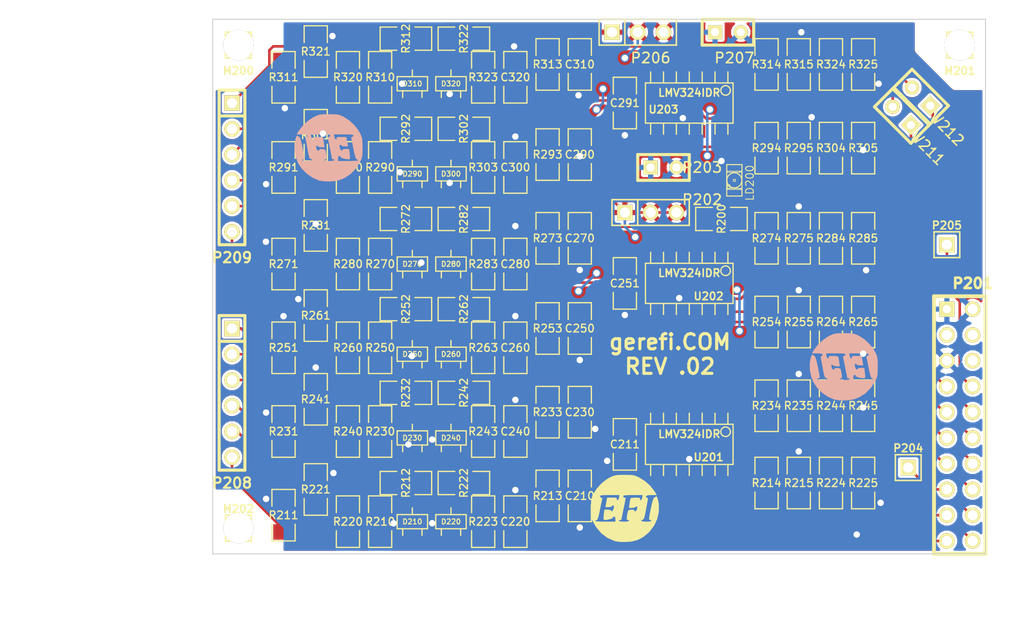
<source format=kicad_pcb>
(kicad_pcb (version 3) (host pcbnew "(2013-07-07 BZR 4022)-stable")
  (title_block (title "Analgo Protection board for gerefi.com") (rev .01) (company gerefi.com))
  (layers (15 F.Cu signal) (0 B.Cu signal) (18 B.Paste user) (19 F.Paste user) (20 B.SilkS user) (21 F.SilkS user) (22 B.Mask user) (23 F.Mask user) (28 Edge.Cuts user))
  (net 0 "")
  (net 1 /INP1)
  (net 2 /INP10)
  (net 3 /INP11)
  (net 4 /INP12)
  (net 5 /INP2)
  (net 6 /INP3)
  (net 7 /INP4)
  (net 8 /INP5)
  (net 9 /INP6)
  (net 10 /INP7)
  (net 11 /INP8)
  (net 12 /INP9)
  (net 13 /OUT1)
  (net 14 /OUT10)
  (net 15 /OUT11)
  (net 16 /OUT12)
  (net 17 /OUT2)
  (net 18 /OUT3)
  (net 19 /OUT4)
  (net 20 /OUT5)
  (net 21 /OUT6)
  (net 22 /OUT7)
  (net 23 /OUT8)
  (net 24 /OUT9)
  (net 25 /PA5)
  (net 26 /PC0)
  (net 27 GND)
  (net 28 N-0000011)
  (net 29 N-0000015)
  (net 30 N-0000016)
  (net 31 N-0000017)
  (net 32 N-0000018)
  (net 33 N-0000019)
  (net 34 N-0000020)
  (net 35 N-0000021)
  (net 36 N-0000023)
  (net 37 N-0000024)
  (net 38 N-0000025)
  (net 39 N-0000026)
  (net 40 N-0000029)
  (net 41 N-000003)
  (net 42 N-0000030)
  (net 43 N-0000033)
  (net 44 N-0000034)
  (net 45 N-0000035)
  (net 46 N-000004)
  (net 47 N-0000040)
  (net 48 N-0000043)
  (net 49 N-0000046)
  (net 50 N-0000051)
  (net 51 N-0000054)
  (net 52 N-0000057)
  (net 53 N-0000059)
  (net 54 N-000006)
  (net 55 N-0000060)
  (net 56 N-0000061)
  (net 57 N-0000065)
  (net 58 N-0000066)
  (net 59 N-0000070)
  (net 60 N-0000071)
  (net 61 N-0000075)
  (net 62 N-0000082)
  (net 63 N-0000086)
  (net 64 N-0000088)
  (net 65 N-0000089)
  (net 66 N-0000091)
  (net 67 VCC)
  (module PIN_ARRAY_1 (layer F.Cu) (at 92.71 169.545)
    (fp_text reference M202 (at 0 -1.905) (layer F.SilkS) (effects (font (size 0.762 0.762) (thickness 0.1524))))
    (fp_text value CONN_1 hide)
    (pad 1 thru_hole circle (at 0 0) (size 3 3) (drill 3) (layers *.Cu *.Mask F.SilkS))
  )
  (module PIN_ARRAY_1 (layer F.Cu) (at 163.83 121.92 90)
    (fp_text reference M201 (at -2.54 0 180) (layer F.SilkS) (effects (font (size 0.762 0.762) (thickness 0.1524))))
    (fp_text value CONN_1 hide)
    (pad 1 thru_hole circle (at 0 0 90) (size 3 3) (drill 3) (layers *.Cu *.Mask F.SilkS))
  )
  (module PIN_ARRAY_1 (layer F.Cu) (at 92.71 121.92 90)
    (fp_text reference M200 (at -2.54 0 180) (layer F.SilkS) (effects (font (size 0.762 0.762) (thickness 0.1524))))
    (fp_text value CONN_1 hide)
    (pad 1 thru_hole circle (at 0 0 90) (size 3 3) (drill 3) (layers *.Cu *.Mask F.SilkS))
  )
  (module SM1206 (layer F.Cu) (at 147.955 165.1 90)
    (fp_text reference R215 (at 0 0 180) (layer F.SilkS) (effects (font (size 0.762 0.762) (thickness 0.127))))
    (fp_text value 1500 hide)
    (pad 1 smd rect (at -1.651 0 90) (size 1.524 2.032) (layers F.Cu F.Paste F.Mask) (net 13 /OUT1))
    (pad 2 smd rect (at 1.651 0 90) (size 1.524 2.032) (layers F.Cu F.Paste F.Mask) (net 27 GND))
  )
  (module SM1206 (layer F.Cu) (at 144.78 165.1 270)
    (fp_text reference R214 (at 0 0 360) (layer F.SilkS) (effects (font (size 0.762 0.762) (thickness 0.127))))
    (fp_text value 1500 hide)
    (pad 1 smd rect (at -1.651 0 270) (size 1.524 2.032) (layers F.Cu F.Paste F.Mask) (net 50 N-0000051))
    (pad 2 smd rect (at 1.651 0 270) (size 1.524 2.032) (layers F.Cu F.Paste F.Mask) (net 13 /OUT1))
  )
  (module PIN_ARRAY_10X2 (layer F.Cu) (at 163.83 159.385 270)
    (fp_text reference P201 (at -13.97 -1.27 360) (layer F.SilkS) (effects (font (size 1.016 1.016) (thickness 0.254))))
    (fp_text value CONN_10X2 hide)
    (pad 1 thru_hole rect (at -11.43 1.27 270) (size 1.524 1.524) (drill 0.8128) (layers *.Cu *.Mask F.SilkS) (net 27 GND))
    (pad 2 thru_hole circle (at -11.43 -1.27 270) (size 1.524 1.524) (drill 1.016) (layers *.Cu *.Mask F.SilkS) (net 27 GND))
    (pad 3 thru_hole circle (at -8.89 1.27 270) (size 1.524 1.524) (drill 1.016) (layers *.Cu *.Mask F.SilkS))
    (pad 4 thru_hole circle (at -8.89 -1.27 270) (size 1.524 1.524) (drill 1.016) (layers *.Cu *.Mask F.SilkS))
    (pad 5 thru_hole circle (at -6.35 1.27 270) (size 1.524 1.524) (drill 1.016) (layers *.Cu *.Mask F.SilkS) (net 27 GND))
    (pad 6 thru_hole circle (at -6.35 -1.27 270) (size 1.524 1.524) (drill 1.016) (layers *.Cu *.Mask F.SilkS))
    (pad 7 thru_hole circle (at -3.81 1.27 270) (size 1.524 1.524) (drill 1.016) (layers *.Cu *.Mask F.SilkS) (net 16 /OUT12))
    (pad 8 thru_hole circle (at -3.81 -1.27 270) (size 1.524 1.524) (drill 1.016) (layers *.Cu *.Mask F.SilkS) (net 26 /PC0))
    (pad 9 thru_hole circle (at -1.27 1.27 270) (size 1.524 1.524) (drill 1.016) (layers *.Cu *.Mask F.SilkS) (net 14 /OUT10))
    (pad 10 thru_hole circle (at -1.27 -1.27 270) (size 1.524 1.524) (drill 1.016) (layers *.Cu *.Mask F.SilkS) (net 15 /OUT11))
    (pad 11 thru_hole circle (at 1.27 1.27 270) (size 1.524 1.524) (drill 1.016) (layers *.Cu *.Mask F.SilkS) (net 23 /OUT8))
    (pad 12 thru_hole circle (at 1.27 -1.27 270) (size 1.524 1.524) (drill 1.016) (layers *.Cu *.Mask F.SilkS) (net 24 /OUT9))
    (pad 13 thru_hole circle (at 3.81 1.27 270) (size 1.524 1.524) (drill 1.016) (layers *.Cu *.Mask F.SilkS) (net 21 /OUT6))
    (pad 14 thru_hole circle (at 3.81 -1.27 270) (size 1.524 1.524) (drill 1.016) (layers *.Cu *.Mask F.SilkS) (net 22 /OUT7))
    (pad 15 thru_hole circle (at 6.35 1.27 270) (size 1.524 1.524) (drill 1.016) (layers *.Cu *.Mask F.SilkS) (net 25 /PA5))
    (pad 16 thru_hole circle (at 6.35 -1.27 270) (size 1.524 1.524) (drill 1.016) (layers *.Cu *.Mask F.SilkS) (net 20 /OUT5))
    (pad 17 thru_hole circle (at 8.89 1.27 270) (size 1.524 1.524) (drill 1.016) (layers *.Cu *.Mask F.SilkS) (net 18 /OUT3))
    (pad 18 thru_hole circle (at 8.89 -1.27 270) (size 1.524 1.524) (drill 1.016) (layers *.Cu *.Mask F.SilkS) (net 19 /OUT4))
    (pad 19 thru_hole circle (at 11.43 1.27 270) (size 1.524 1.524) (drill 1.016) (layers *.Cu *.Mask F.SilkS) (net 13 /OUT1))
    (pad 20 thru_hole circle (at 11.43 -1.27 270) (size 1.524 1.524) (drill 1.016) (layers *.Cu *.Mask F.SilkS) (net 17 /OUT2))
  )
  (module SM1206 (layer F.Cu) (at 97.155 168.275 90)
    (fp_text reference R211 (at 0 0 180) (layer F.SilkS) (effects (font (size 0.762 0.762) (thickness 0.127))))
    (fp_text value 500K hide)
    (pad 1 smd rect (at -1.651 0 90) (size 1.524 2.032) (layers F.Cu F.Paste F.Mask) (net 1 /INP1))
    (pad 2 smd rect (at 1.651 0 90) (size 1.524 2.032) (layers F.Cu F.Paste F.Mask) (net 27 GND))
  )
  (module SM1206 (layer F.Cu) (at 154.305 165.1 270)
    (fp_text reference R225 (at 0 0 360) (layer F.SilkS) (effects (font (size 0.762 0.762) (thickness 0.127))))
    (fp_text value 1500 hide)
    (pad 1 smd rect (at -1.651 0 270) (size 1.524 2.032) (layers F.Cu F.Paste F.Mask) (net 17 /OUT2))
    (pad 2 smd rect (at 1.651 0 270) (size 1.524 2.032) (layers F.Cu F.Paste F.Mask) (net 27 GND))
  )
  (module SM1206 (layer F.Cu) (at 151.13 165.1 90)
    (fp_text reference R224 (at 0 0 180) (layer F.SilkS) (effects (font (size 0.762 0.762) (thickness 0.127))))
    (fp_text value 1500 hide)
    (pad 1 smd rect (at -1.651 0 90) (size 1.524 2.032) (layers F.Cu F.Paste F.Mask) (net 51 N-0000054))
    (pad 2 smd rect (at 1.651 0 90) (size 1.524 2.032) (layers F.Cu F.Paste F.Mask) (net 17 /OUT2))
  )
  (module SM1206 (layer F.Cu) (at 100.33 165.735 90)
    (fp_text reference R221 (at 0 0 180) (layer F.SilkS) (effects (font (size 0.762 0.762) (thickness 0.127))))
    (fp_text value 500K hide)
    (pad 1 smd rect (at -1.651 0 90) (size 1.524 2.032) (layers F.Cu F.Paste F.Mask) (net 5 /INP2))
    (pad 2 smd rect (at 1.651 0 90) (size 1.524 2.032) (layers F.Cu F.Paste F.Mask) (net 27 GND))
  )
  (module SM1206 (layer F.Cu) (at 147.955 157.48 90)
    (fp_text reference R235 (at 0 0 180) (layer F.SilkS) (effects (font (size 0.762 0.762) (thickness 0.127))))
    (fp_text value 1500 hide)
    (pad 1 smd rect (at -1.651 0 90) (size 1.524 2.032) (layers F.Cu F.Paste F.Mask) (net 18 /OUT3))
    (pad 2 smd rect (at 1.651 0 90) (size 1.524 2.032) (layers F.Cu F.Paste F.Mask) (net 27 GND))
  )
  (module SM1206 (layer F.Cu) (at 144.78 157.48 270)
    (fp_text reference R234 (at 0 0 360) (layer F.SilkS) (effects (font (size 0.762 0.762) (thickness 0.127))))
    (fp_text value 1500 hide)
    (pad 1 smd rect (at -1.651 0 270) (size 1.524 2.032) (layers F.Cu F.Paste F.Mask) (net 52 N-0000057))
    (pad 2 smd rect (at 1.651 0 270) (size 1.524 2.032) (layers F.Cu F.Paste F.Mask) (net 18 /OUT3))
  )
  (module SM1206 (layer F.Cu) (at 97.155 160.02 90)
    (fp_text reference R231 (at 0 0 180) (layer F.SilkS) (effects (font (size 0.762 0.762) (thickness 0.127))))
    (fp_text value 500K hide)
    (pad 1 smd rect (at -1.651 0 90) (size 1.524 2.032) (layers F.Cu F.Paste F.Mask) (net 6 /INP3))
    (pad 2 smd rect (at 1.651 0 90) (size 1.524 2.032) (layers F.Cu F.Paste F.Mask) (net 27 GND))
  )
  (module SM1206 (layer F.Cu) (at 100.33 156.845 90)
    (fp_text reference R241 (at 0 0 180) (layer F.SilkS) (effects (font (size 0.762 0.762) (thickness 0.127))))
    (fp_text value 500K hide)
    (pad 1 smd rect (at -1.651 0 90) (size 1.524 2.032) (layers F.Cu F.Paste F.Mask) (net 7 /INP4))
    (pad 2 smd rect (at 1.651 0 90) (size 1.524 2.032) (layers F.Cu F.Paste F.Mask) (net 27 GND))
  )
  (module SM1206 (layer F.Cu) (at 151.13 157.48 90)
    (fp_text reference R244 (at 0 0 180) (layer F.SilkS) (effects (font (size 0.762 0.762) (thickness 0.127))))
    (fp_text value 1500 hide)
    (pad 1 smd rect (at -1.651 0 90) (size 1.524 2.032) (layers F.Cu F.Paste F.Mask) (net 53 N-0000059))
    (pad 2 smd rect (at 1.651 0 90) (size 1.524 2.032) (layers F.Cu F.Paste F.Mask) (net 19 /OUT4))
  )
  (module SM1206 (layer F.Cu) (at 154.305 157.48 270)
    (fp_text reference R245 (at 0 0 360) (layer F.SilkS) (effects (font (size 0.762 0.762) (thickness 0.127))))
    (fp_text value 1500 hide)
    (pad 1 smd rect (at -1.651 0 270) (size 1.524 2.032) (layers F.Cu F.Paste F.Mask) (net 19 /OUT4))
    (pad 2 smd rect (at 1.651 0 270) (size 1.524 2.032) (layers F.Cu F.Paste F.Mask) (net 27 GND))
  )
  (module SM1206 (layer F.Cu) (at 123.19 166.37 90)
    (fp_text reference R213 (at 0 0 180) (layer F.SilkS) (effects (font (size 0.762 0.762) (thickness 0.127))))
    (fp_text value 100 hide)
    (pad 1 smd rect (at -1.651 0 90) (size 1.524 2.032) (layers F.Cu F.Paste F.Mask) (net 41 N-000003))
    (pad 2 smd rect (at 1.651 0 90) (size 1.524 2.032) (layers F.Cu F.Paste F.Mask) (net 63 N-0000086))
  )
  (module SM1206 (layer F.Cu) (at 106.68 168.91 270)
    (fp_text reference R210 (at 0 0 360) (layer F.SilkS) (effects (font (size 0.762 0.762) (thickness 0.127))))
    (fp_text value 2700 hide)
    (pad 1 smd rect (at -1.651 0 270) (size 1.524 2.032) (layers F.Cu F.Paste F.Mask) (net 1 /INP1))
    (pad 2 smd rect (at 1.651 0 270) (size 1.524 2.032) (layers F.Cu F.Paste F.Mask) (net 67 VCC))
  )
  (module SM1206 (layer F.Cu) (at 120.015 168.91 270)
    (fp_text reference C220 (at 0 0 360) (layer F.SilkS) (effects (font (size 0.762 0.762) (thickness 0.127))))
    (fp_text value 0.01uF hide)
    (pad 1 smd rect (at -1.651 0 270) (size 1.524 2.032) (layers F.Cu F.Paste F.Mask) (net 27 GND))
    (pad 2 smd rect (at 1.651 0 270) (size 1.524 2.032) (layers F.Cu F.Paste F.Mask) (net 62 N-0000082))
  )
  (module SM1206 (layer F.Cu) (at 126.365 166.37 90)
    (fp_text reference C210 (at 0 0 180) (layer F.SilkS) (effects (font (size 0.762 0.762) (thickness 0.127))))
    (fp_text value 0.01uF hide)
    (pad 1 smd rect (at -1.651 0 90) (size 1.524 2.032) (layers F.Cu F.Paste F.Mask) (net 27 GND))
    (pad 2 smd rect (at 1.651 0 90) (size 1.524 2.032) (layers F.Cu F.Paste F.Mask) (net 63 N-0000086))
  )
  (module SM1206 (layer F.Cu) (at 116.84 168.91 270)
    (fp_text reference R223 (at 0 0 360) (layer F.SilkS) (effects (font (size 0.762 0.762) (thickness 0.127))))
    (fp_text value 100 hide)
    (pad 1 smd rect (at -1.651 0 270) (size 1.524 2.032) (layers F.Cu F.Paste F.Mask) (net 46 N-000004))
    (pad 2 smd rect (at 1.651 0 270) (size 1.524 2.032) (layers F.Cu F.Paste F.Mask) (net 62 N-0000082))
  )
  (module SM1206 (layer F.Cu) (at 130.81 161.29 270)
    (fp_text reference C211 (at 0 0 360) (layer F.SilkS) (effects (font (size 0.762 0.762) (thickness 0.127))))
    (fp_text value 0.1uF hide)
    (pad 1 smd rect (at -1.651 0 270) (size 1.524 2.032) (layers F.Cu F.Paste F.Mask) (net 67 VCC))
    (pad 2 smd rect (at 1.651 0 270) (size 1.524 2.032) (layers F.Cu F.Paste F.Mask) (net 27 GND))
  )
  (module SM1206 (layer F.Cu) (at 103.505 168.91 270)
    (fp_text reference R220 (at 0 0 360) (layer F.SilkS) (effects (font (size 0.762 0.762) (thickness 0.127))))
    (fp_text value 2700 hide)
    (pad 1 smd rect (at -1.651 0 270) (size 1.524 2.032) (layers F.Cu F.Paste F.Mask) (net 5 /INP2))
    (pad 2 smd rect (at 1.651 0 270) (size 1.524 2.032) (layers F.Cu F.Paste F.Mask) (net 67 VCC))
  )
  (module SM1206 (layer F.Cu) (at 123.19 158.115 90)
    (fp_text reference R233 (at 0 0 180) (layer F.SilkS) (effects (font (size 0.762 0.762) (thickness 0.127))))
    (fp_text value 100 hide)
    (pad 1 smd rect (at -1.651 0 90) (size 1.524 2.032) (layers F.Cu F.Paste F.Mask) (net 66 N-0000091))
    (pad 2 smd rect (at 1.651 0 90) (size 1.524 2.032) (layers F.Cu F.Paste F.Mask) (net 59 N-0000070))
  )
  (module SM1206 (layer F.Cu) (at 106.68 160.02 270)
    (fp_text reference R230 (at 0 0 360) (layer F.SilkS) (effects (font (size 0.762 0.762) (thickness 0.127))))
    (fp_text value 2700 hide)
    (pad 1 smd rect (at -1.651 0 270) (size 1.524 2.032) (layers F.Cu F.Paste F.Mask) (net 6 /INP3))
    (pad 2 smd rect (at 1.651 0 270) (size 1.524 2.032) (layers F.Cu F.Paste F.Mask) (net 67 VCC))
  )
  (module SM1206 (layer F.Cu) (at 116.84 160.02 270)
    (fp_text reference R243 (at 0 0 360) (layer F.SilkS) (effects (font (size 0.762 0.762) (thickness 0.127))))
    (fp_text value 100 hide)
    (pad 1 smd rect (at -1.651 0 270) (size 1.524 2.032) (layers F.Cu F.Paste F.Mask) (net 58 N-0000066))
    (pad 2 smd rect (at 1.651 0 270) (size 1.524 2.032) (layers F.Cu F.Paste F.Mask) (net 57 N-0000065))
  )
  (module SM1206 (layer F.Cu) (at 103.505 160.02 270)
    (fp_text reference R240 (at 0 0 360) (layer F.SilkS) (effects (font (size 0.762 0.762) (thickness 0.127))))
    (fp_text value 2700 hide)
    (pad 1 smd rect (at -1.651 0 270) (size 1.524 2.032) (layers F.Cu F.Paste F.Mask) (net 7 /INP4))
    (pad 2 smd rect (at 1.651 0 270) (size 1.524 2.032) (layers F.Cu F.Paste F.Mask) (net 67 VCC))
  )
  (module SM1206 (layer F.Cu) (at 147.955 149.225 90)
    (fp_text reference R255 (at 0 0 180) (layer F.SilkS) (effects (font (size 0.762 0.762) (thickness 0.127))))
    (fp_text value 1500 hide)
    (pad 1 smd rect (at -1.651 0 90) (size 1.524 2.032) (layers F.Cu F.Paste F.Mask) (net 20 /OUT5))
    (pad 2 smd rect (at 1.651 0 90) (size 1.524 2.032) (layers F.Cu F.Paste F.Mask) (net 27 GND))
  )
  (module SM1206 (layer F.Cu) (at 103.505 151.765 270)
    (fp_text reference R260 (at 0 0 360) (layer F.SilkS) (effects (font (size 0.762 0.762) (thickness 0.127))))
    (fp_text value 2700 hide)
    (pad 1 smd rect (at -1.651 0 270) (size 1.524 2.032) (layers F.Cu F.Paste F.Mask) (net 9 /INP6))
    (pad 2 smd rect (at 1.651 0 270) (size 1.524 2.032) (layers F.Cu F.Paste F.Mask) (net 67 VCC))
  )
  (module SM1206 (layer F.Cu) (at 116.84 151.765 270)
    (fp_text reference R263 (at 0 0 360) (layer F.SilkS) (effects (font (size 0.762 0.762) (thickness 0.127))))
    (fp_text value 100 hide)
    (pad 1 smd rect (at -1.651 0 270) (size 1.524 2.032) (layers F.Cu F.Paste F.Mask) (net 33 N-0000019))
    (pad 2 smd rect (at 1.651 0 270) (size 1.524 2.032) (layers F.Cu F.Paste F.Mask) (net 64 N-0000088))
  )
  (module SM1206 (layer F.Cu) (at 106.68 151.765 270)
    (fp_text reference R250 (at 0 0 360) (layer F.SilkS) (effects (font (size 0.762 0.762) (thickness 0.127))))
    (fp_text value 2700 hide)
    (pad 1 smd rect (at -1.651 0 270) (size 1.524 2.032) (layers F.Cu F.Paste F.Mask) (net 8 /INP5))
    (pad 2 smd rect (at 1.651 0 270) (size 1.524 2.032) (layers F.Cu F.Paste F.Mask) (net 67 VCC))
  )
  (module SM1206 (layer F.Cu) (at 123.19 149.86 90)
    (fp_text reference R253 (at 0 0 180) (layer F.SilkS) (effects (font (size 0.762 0.762) (thickness 0.127))))
    (fp_text value 100 hide)
    (pad 1 smd rect (at -1.651 0 90) (size 1.524 2.032) (layers F.Cu F.Paste F.Mask) (net 32 N-0000018))
    (pad 2 smd rect (at 1.651 0 90) (size 1.524 2.032) (layers F.Cu F.Paste F.Mask) (net 55 N-0000060))
  )
  (module SM1206 (layer F.Cu) (at 114.935 165.1)
    (fp_text reference R222 (at 0 0 90) (layer F.SilkS) (effects (font (size 0.762 0.762) (thickness 0.127))))
    (fp_text value 10k hide)
    (pad 1 smd rect (at -1.651 0) (size 1.524 2.032) (layers F.Cu F.Paste F.Mask) (net 5 /INP2))
    (pad 2 smd rect (at 1.651 0) (size 1.524 2.032) (layers F.Cu F.Paste F.Mask) (net 46 N-000004))
  )
  (module SM1206 (layer F.Cu) (at 109.22 165.1)
    (fp_text reference R212 (at 0 0 90) (layer F.SilkS) (effects (font (size 0.762 0.762) (thickness 0.127))))
    (fp_text value 10k hide)
    (pad 1 smd rect (at -1.651 0) (size 1.524 2.032) (layers F.Cu F.Paste F.Mask) (net 1 /INP1))
    (pad 2 smd rect (at 1.651 0) (size 1.524 2.032) (layers F.Cu F.Paste F.Mask) (net 41 N-000003))
  )
  (module SM1206 (layer F.Cu) (at 97.155 151.765 90)
    (fp_text reference R251 (at 0 0 180) (layer F.SilkS) (effects (font (size 0.762 0.762) (thickness 0.127))))
    (fp_text value 500K hide)
    (pad 1 smd rect (at -1.651 0 90) (size 1.524 2.032) (layers F.Cu F.Paste F.Mask) (net 8 /INP5))
    (pad 2 smd rect (at 1.651 0 90) (size 1.524 2.032) (layers F.Cu F.Paste F.Mask) (net 27 GND))
  )
  (module SM1206 (layer F.Cu) (at 144.78 149.225 270)
    (fp_text reference R254 (at 0 0 360) (layer F.SilkS) (effects (font (size 0.762 0.762) (thickness 0.127))))
    (fp_text value 1500 hide)
    (pad 1 smd rect (at -1.651 0 270) (size 1.524 2.032) (layers F.Cu F.Paste F.Mask) (net 56 N-0000061))
    (pad 2 smd rect (at 1.651 0 270) (size 1.524 2.032) (layers F.Cu F.Paste F.Mask) (net 20 /OUT5))
  )
  (module SM1206 (layer F.Cu) (at 140.335 139.065)
    (fp_text reference R200 (at 0 0 90) (layer F.SilkS) (effects (font (size 0.762 0.762) (thickness 0.127))))
    (fp_text value 100 hide)
    (pad 1 smd rect (at -1.651 0) (size 1.524 2.032) (layers F.Cu F.Paste F.Mask) (net 67 VCC))
    (pad 2 smd rect (at 1.651 0) (size 1.524 2.032) (layers F.Cu F.Paste F.Mask) (net 65 N-0000089))
  )
  (module PIN_ARRAY_3X1 (layer F.Cu) (at 133.35 138.43)
    (fp_text reference P202 (at 5.08 -1.27) (layer F.SilkS) (effects (font (size 1.016 1.016) (thickness 0.1524))))
    (fp_text value CONN_3 hide)
    (pad 1 thru_hole rect (at -2.54 0) (size 1.524 1.524) (drill 1.016) (layers *.Cu *.Mask F.SilkS) (net 67 VCC))
    (pad 2 thru_hole circle (at 0 0) (size 1.524 1.524) (drill 1.016) (layers *.Cu *.Mask F.SilkS) (net 67 VCC))
    (pad 3 thru_hole circle (at 2.54 0) (size 1.524 1.524) (drill 1.016) (layers *.Cu *.Mask F.SilkS) (net 67 VCC))
  )
  (module LED-1206 (layer F.Cu) (at 141.605 135.255 270)
    (fp_text reference LD200 (at 0.254 -1.524 270) (layer F.SilkS) (effects (font (size 0.762 0.762) (thickness 0.0889))))
    (fp_text value LED hide)
    (pad 1 smd rect (at -1.41986 0 270) (size 1.59766 1.80086) (layers F.Cu F.Paste F.Mask) (net 27 GND))
    (pad 2 smd rect (at 1.41986 0 270) (size 1.59766 1.80086) (layers F.Cu F.Paste F.Mask) (net 65 N-0000089))
  )
  (module sot23 (layer F.Cu) (at 109.855 160.655)
    (fp_text reference D230 (at 0 0) (layer F.SilkS) (effects (font (size 0.50038 0.50038) (thickness 0.09906))))
    (fp_text value DOUBLE_SCHOTTKY hide)
    (pad 1 smd rect (at -0.9525 1.05664) (size 0.59944 1.00076) (layers F.Cu F.Paste F.Mask) (net 27 GND))
    (pad 2 smd rect (at 0 -1.05664) (size 0.59944 1.00076) (layers F.Cu F.Paste F.Mask) (net 66 N-0000091))
    (pad 3 smd rect (at 0.9525 1.05664) (size 0.59944 1.00076) (layers F.Cu F.Paste F.Mask) (net 67 VCC))
  )
  (module sot23 (layer F.Cu) (at 113.665 134.62)
    (fp_text reference D300 (at 0 0) (layer F.SilkS) (effects (font (size 0.50038 0.50038) (thickness 0.09906))))
    (fp_text value DOUBLE_SCHOTTKY hide)
    (pad 1 smd rect (at -0.9525 1.05664) (size 0.59944 1.00076) (layers F.Cu F.Paste F.Mask) (net 27 GND))
    (pad 2 smd rect (at 0 -1.05664) (size 0.59944 1.00076) (layers F.Cu F.Paste F.Mask) (net 34 N-0000020))
    (pad 3 smd rect (at 0.9525 1.05664) (size 0.59944 1.00076) (layers F.Cu F.Paste F.Mask) (net 67 VCC))
  )
  (module sot23 (layer F.Cu) (at 109.855 134.62)
    (fp_text reference D290 (at 0 0) (layer F.SilkS) (effects (font (size 0.50038 0.50038) (thickness 0.09906))))
    (fp_text value DOUBLE_SCHOTTKY hide)
    (pad 1 smd rect (at -0.9525 1.05664) (size 0.59944 1.00076) (layers F.Cu F.Paste F.Mask) (net 27 GND))
    (pad 2 smd rect (at 0 -1.05664) (size 0.59944 1.00076) (layers F.Cu F.Paste F.Mask) (net 29 N-0000015))
    (pad 3 smd rect (at 0.9525 1.05664) (size 0.59944 1.00076) (layers F.Cu F.Paste F.Mask) (net 67 VCC))
  )
  (module sot23 (layer F.Cu) (at 113.665 168.91)
    (fp_text reference D220 (at 0 0) (layer F.SilkS) (effects (font (size 0.50038 0.50038) (thickness 0.09906))))
    (fp_text value DOUBLE_SCHOTTKY hide)
    (pad 1 smd rect (at -0.9525 1.05664) (size 0.59944 1.00076) (layers F.Cu F.Paste F.Mask) (net 27 GND))
    (pad 2 smd rect (at 0 -1.05664) (size 0.59944 1.00076) (layers F.Cu F.Paste F.Mask) (net 46 N-000004))
    (pad 3 smd rect (at 0.9525 1.05664) (size 0.59944 1.00076) (layers F.Cu F.Paste F.Mask) (net 67 VCC))
  )
  (module sot23 (layer F.Cu) (at 113.665 160.655)
    (fp_text reference D240 (at 0 0) (layer F.SilkS) (effects (font (size 0.50038 0.50038) (thickness 0.09906))))
    (fp_text value DOUBLE_SCHOTTKY hide)
    (pad 1 smd rect (at -0.9525 1.05664) (size 0.59944 1.00076) (layers F.Cu F.Paste F.Mask) (net 27 GND))
    (pad 2 smd rect (at 0 -1.05664) (size 0.59944 1.00076) (layers F.Cu F.Paste F.Mask) (net 58 N-0000066))
    (pad 3 smd rect (at 0.9525 1.05664) (size 0.59944 1.00076) (layers F.Cu F.Paste F.Mask) (net 67 VCC))
  )
  (module SM1206 (layer F.Cu) (at 147.955 132.08 90)
    (fp_text reference R295 (at 0 0 180) (layer F.SilkS) (effects (font (size 0.762 0.762) (thickness 0.127))))
    (fp_text value 1500 hide)
    (pad 1 smd rect (at -1.651 0 90) (size 1.524 2.032) (layers F.Cu F.Paste F.Mask) (net 24 /OUT9))
    (pad 2 smd rect (at 1.651 0 90) (size 1.524 2.032) (layers F.Cu F.Paste F.Mask) (net 27 GND))
  )
  (module SM1206 (layer F.Cu) (at 144.78 132.08 270)
    (fp_text reference R294 (at 0 0 360) (layer F.SilkS) (effects (font (size 0.762 0.762) (thickness 0.127))))
    (fp_text value 1500 hide)
    (pad 1 smd rect (at -1.651 0 270) (size 1.524 2.032) (layers F.Cu F.Paste F.Mask) (net 35 N-0000021))
    (pad 2 smd rect (at 1.651 0 270) (size 1.524 2.032) (layers F.Cu F.Paste F.Mask) (net 24 /OUT9))
  )
  (module SM1206 (layer F.Cu) (at 97.155 133.985 270)
    (fp_text reference R291 (at 0 0 360) (layer F.SilkS) (effects (font (size 0.762 0.762) (thickness 0.127))))
    (fp_text value 500K hide)
    (pad 1 smd rect (at -1.651 0 270) (size 1.524 2.032) (layers F.Cu F.Paste F.Mask) (net 12 /INP9))
    (pad 2 smd rect (at 1.651 0 270) (size 1.524 2.032) (layers F.Cu F.Paste F.Mask) (net 27 GND))
  )
  (module SM1206 (layer F.Cu) (at 100.33 130.81 90)
    (fp_text reference R301 (at 0 0 180) (layer F.SilkS) (effects (font (size 0.762 0.762) (thickness 0.127))))
    (fp_text value 500K hide)
    (pad 1 smd rect (at -1.651 0 90) (size 1.524 2.032) (layers F.Cu F.Paste F.Mask) (net 2 /INP10))
    (pad 2 smd rect (at 1.651 0 90) (size 1.524 2.032) (layers F.Cu F.Paste F.Mask) (net 27 GND))
  )
  (module SM1206 (layer F.Cu) (at 151.13 132.08 90)
    (fp_text reference R304 (at 0 0 180) (layer F.SilkS) (effects (font (size 0.762 0.762) (thickness 0.127))))
    (fp_text value 1500 hide)
    (pad 1 smd rect (at -1.651 0 90) (size 1.524 2.032) (layers F.Cu F.Paste F.Mask) (net 36 N-0000023))
    (pad 2 smd rect (at 1.651 0 90) (size 1.524 2.032) (layers F.Cu F.Paste F.Mask) (net 14 /OUT10))
  )
  (module SM1206 (layer F.Cu) (at 154.305 132.08 270)
    (fp_text reference R305 (at 0 0 360) (layer F.SilkS) (effects (font (size 0.762 0.762) (thickness 0.127))))
    (fp_text value 1500 hide)
    (pad 1 smd rect (at -1.651 0 270) (size 1.524 2.032) (layers F.Cu F.Paste F.Mask) (net 14 /OUT10))
    (pad 2 smd rect (at 1.651 0 270) (size 1.524 2.032) (layers F.Cu F.Paste F.Mask) (net 27 GND))
  )
  (module SM1206 (layer F.Cu) (at 123.19 132.715 90)
    (fp_text reference R293 (at 0 0 180) (layer F.SilkS) (effects (font (size 0.762 0.762) (thickness 0.127))))
    (fp_text value 100 hide)
    (pad 1 smd rect (at -1.651 0 90) (size 1.524 2.032) (layers F.Cu F.Paste F.Mask) (net 29 N-0000015))
    (pad 2 smd rect (at 1.651 0 90) (size 1.524 2.032) (layers F.Cu F.Paste F.Mask) (net 54 N-000006))
  )
  (module SM1206 (layer F.Cu) (at 126.365 132.715 90)
    (fp_text reference C290 (at 0 0 180) (layer F.SilkS) (effects (font (size 0.762 0.762) (thickness 0.127))))
    (fp_text value 0.01uF hide)
    (pad 1 smd rect (at -1.651 0 90) (size 1.524 2.032) (layers F.Cu F.Paste F.Mask) (net 27 GND))
    (pad 2 smd rect (at 1.651 0 90) (size 1.524 2.032) (layers F.Cu F.Paste F.Mask) (net 54 N-000006))
  )
  (module SM1206 (layer F.Cu) (at 106.68 133.985 270)
    (fp_text reference R290 (at 0 0 360) (layer F.SilkS) (effects (font (size 0.762 0.762) (thickness 0.127))))
    (fp_text value 2700 hide)
    (pad 1 smd rect (at -1.651 0 270) (size 1.524 2.032) (layers F.Cu F.Paste F.Mask) (net 12 /INP9))
    (pad 2 smd rect (at 1.651 0 270) (size 1.524 2.032) (layers F.Cu F.Paste F.Mask) (net 67 VCC))
  )
  (module SM1206 (layer F.Cu) (at 116.84 133.985 270)
    (fp_text reference R303 (at 0 0 360) (layer F.SilkS) (effects (font (size 0.762 0.762) (thickness 0.127))))
    (fp_text value 100 hide)
    (pad 1 smd rect (at -1.651 0 270) (size 1.524 2.032) (layers F.Cu F.Paste F.Mask) (net 34 N-0000020))
    (pad 2 smd rect (at 1.651 0 270) (size 1.524 2.032) (layers F.Cu F.Paste F.Mask) (net 28 N-0000011))
  )
  (module SM1206 (layer F.Cu) (at 120.015 133.985 270)
    (fp_text reference C300 (at 0 0 360) (layer F.SilkS) (effects (font (size 0.762 0.762) (thickness 0.127))))
    (fp_text value 0.01uF hide)
    (pad 1 smd rect (at -1.651 0 270) (size 1.524 2.032) (layers F.Cu F.Paste F.Mask) (net 27 GND))
    (pad 2 smd rect (at 1.651 0 270) (size 1.524 2.032) (layers F.Cu F.Paste F.Mask) (net 28 N-0000011))
  )
  (module SM1206 (layer F.Cu) (at 103.505 133.985 270)
    (fp_text reference R300 (at 0 0 360) (layer F.SilkS) (effects (font (size 0.762 0.762) (thickness 0.127))))
    (fp_text value 2700 hide)
    (pad 1 smd rect (at -1.651 0 270) (size 1.524 2.032) (layers F.Cu F.Paste F.Mask) (net 2 /INP10))
    (pad 2 smd rect (at 1.651 0 270) (size 1.524 2.032) (layers F.Cu F.Paste F.Mask) (net 67 VCC))
  )
  (module sot23 (layer F.Cu) (at 109.855 168.91)
    (fp_text reference D210 (at 0 0) (layer F.SilkS) (effects (font (size 0.50038 0.50038) (thickness 0.09906))))
    (fp_text value DOUBLE_SCHOTTKY hide)
    (pad 1 smd rect (at -0.9525 1.05664) (size 0.59944 1.00076) (layers F.Cu F.Paste F.Mask) (net 27 GND))
    (pad 2 smd rect (at 0 -1.05664) (size 0.59944 1.00076) (layers F.Cu F.Paste F.Mask) (net 41 N-000003))
    (pad 3 smd rect (at 0.9525 1.05664) (size 0.59944 1.00076) (layers F.Cu F.Paste F.Mask) (net 67 VCC))
  )
  (module PIN_ARRAY-6X1 (layer F.Cu) (at 92.075 133.985 270)
    (fp_text reference P209 (at 8.89 0 360) (layer F.SilkS) (effects (font (size 1.016 1.016) (thickness 0.2032))))
    (fp_text value CONN_6 hide)
    (pad 1 thru_hole rect (at -6.35 0 270) (size 1.524 1.524) (drill 1.016) (layers *.Cu *.Mask F.SilkS) (net 4 /INP12))
    (pad 2 thru_hole circle (at -3.81 0 270) (size 1.524 1.524) (drill 1.016) (layers *.Cu *.Mask F.SilkS) (net 3 /INP11))
    (pad 3 thru_hole circle (at -1.27 0 270) (size 1.524 1.524) (drill 1.016) (layers *.Cu *.Mask F.SilkS) (net 2 /INP10))
    (pad 4 thru_hole circle (at 1.27 0 270) (size 1.524 1.524) (drill 1.016) (layers *.Cu *.Mask F.SilkS) (net 12 /INP9))
    (pad 5 thru_hole circle (at 3.81 0 270) (size 1.524 1.524) (drill 1.016) (layers *.Cu *.Mask F.SilkS) (net 11 /INP8))
    (pad 6 thru_hole circle (at 6.35 0 270) (size 1.524 1.524) (drill 1.016) (layers *.Cu *.Mask F.SilkS) (net 10 /INP7))
  )
  (module SM1206 (layer F.Cu) (at 126.365 158.115 90)
    (fp_text reference C230 (at 0 0 180) (layer F.SilkS) (effects (font (size 0.762 0.762) (thickness 0.127))))
    (fp_text value 0.01uF hide)
    (pad 1 smd rect (at -1.651 0 90) (size 1.524 2.032) (layers F.Cu F.Paste F.Mask) (net 27 GND))
    (pad 2 smd rect (at 1.651 0 90) (size 1.524 2.032) (layers F.Cu F.Paste F.Mask) (net 59 N-0000070))
  )
  (module SM1206 (layer F.Cu) (at 120.015 160.02 270)
    (fp_text reference C240 (at 0 0 360) (layer F.SilkS) (effects (font (size 0.762 0.762) (thickness 0.127))))
    (fp_text value 0.01uF hide)
    (pad 1 smd rect (at -1.651 0 270) (size 1.524 2.032) (layers F.Cu F.Paste F.Mask) (net 27 GND))
    (pad 2 smd rect (at 1.651 0 270) (size 1.524 2.032) (layers F.Cu F.Paste F.Mask) (net 57 N-0000065))
  )
  (module SM1206 (layer F.Cu) (at 130.81 127.635 90)
    (fp_text reference C291 (at 0 0 180) (layer F.SilkS) (effects (font (size 0.762 0.762) (thickness 0.127))))
    (fp_text value 0.1uF hide)
    (pad 1 smd rect (at -1.651 0 90) (size 1.524 2.032) (layers F.Cu F.Paste F.Mask) (net 27 GND))
    (pad 2 smd rect (at 1.651 0 90) (size 1.524 2.032) (layers F.Cu F.Paste F.Mask) (net 67 VCC))
  )
  (module SM1206 (layer F.Cu) (at 126.365 149.86 90)
    (fp_text reference C250 (at 0 0 180) (layer F.SilkS) (effects (font (size 0.762 0.762) (thickness 0.127))))
    (fp_text value 0.01uF hide)
    (pad 1 smd rect (at -1.651 0 90) (size 1.524 2.032) (layers F.Cu F.Paste F.Mask) (net 27 GND))
    (pad 2 smd rect (at 1.651 0 90) (size 1.524 2.032) (layers F.Cu F.Paste F.Mask) (net 55 N-0000060))
  )
  (module SM1206 (layer F.Cu) (at 120.015 151.765 270)
    (fp_text reference C260 (at 0 0 360) (layer F.SilkS) (effects (font (size 0.762 0.762) (thickness 0.127))))
    (fp_text value 0.01uF hide)
    (pad 1 smd rect (at -1.651 0 270) (size 1.524 2.032) (layers F.Cu F.Paste F.Mask) (net 27 GND))
    (pad 2 smd rect (at 1.651 0 270) (size 1.524 2.032) (layers F.Cu F.Paste F.Mask) (net 64 N-0000088))
  )
  (module SM1206 (layer F.Cu) (at 100.33 148.59 90)
    (fp_text reference R261 (at 0 0 180) (layer F.SilkS) (effects (font (size 0.762 0.762) (thickness 0.127))))
    (fp_text value 500K hide)
    (pad 1 smd rect (at -1.651 0 90) (size 1.524 2.032) (layers F.Cu F.Paste F.Mask) (net 9 /INP6))
    (pad 2 smd rect (at 1.651 0 90) (size 1.524 2.032) (layers F.Cu F.Paste F.Mask) (net 27 GND))
  )
  (module SM1206 (layer F.Cu) (at 120.015 143.51 270)
    (fp_text reference C280 (at 0 0 360) (layer F.SilkS) (effects (font (size 0.762 0.762) (thickness 0.127))))
    (fp_text value 0.01uF hide)
    (pad 1 smd rect (at -1.651 0 270) (size 1.524 2.032) (layers F.Cu F.Paste F.Mask) (net 27 GND))
    (pad 2 smd rect (at 1.651 0 270) (size 1.524 2.032) (layers F.Cu F.Paste F.Mask) (net 60 N-0000071))
  )
  (module SM1206 (layer F.Cu) (at 126.365 140.97 90)
    (fp_text reference C270 (at 0 0 180) (layer F.SilkS) (effects (font (size 0.762 0.762) (thickness 0.127))))
    (fp_text value 0.01uF hide)
    (pad 1 smd rect (at -1.651 0 90) (size 1.524 2.032) (layers F.Cu F.Paste F.Mask) (net 27 GND))
    (pad 2 smd rect (at 1.651 0 90) (size 1.524 2.032) (layers F.Cu F.Paste F.Mask) (net 61 N-0000075))
  )
  (module SM1206 (layer F.Cu) (at 130.81 145.415 270)
    (fp_text reference C251 (at 0 0 360) (layer F.SilkS) (effects (font (size 0.762 0.762) (thickness 0.127))))
    (fp_text value 0.1uF hide)
    (pad 1 smd rect (at -1.651 0 270) (size 1.524 2.032) (layers F.Cu F.Paste F.Mask) (net 67 VCC))
    (pad 2 smd rect (at 1.651 0 270) (size 1.524 2.032) (layers F.Cu F.Paste F.Mask) (net 27 GND))
  )
  (module SM1206 (layer F.Cu) (at 144.78 140.97 270)
    (fp_text reference R274 (at 0 0 360) (layer F.SilkS) (effects (font (size 0.762 0.762) (thickness 0.127))))
    (fp_text value 1500 hide)
    (pad 1 smd rect (at -1.651 0 270) (size 1.524 2.032) (layers F.Cu F.Paste F.Mask) (net 48 N-0000043))
    (pad 2 smd rect (at 1.651 0 270) (size 1.524 2.032) (layers F.Cu F.Paste F.Mask) (net 22 /OUT7))
  )
  (module SM1206 (layer F.Cu) (at 147.955 140.97 90)
    (fp_text reference R275 (at 0 0 180) (layer F.SilkS) (effects (font (size 0.762 0.762) (thickness 0.127))))
    (fp_text value 1500 hide)
    (pad 1 smd rect (at -1.651 0 90) (size 1.524 2.032) (layers F.Cu F.Paste F.Mask) (net 22 /OUT7))
    (pad 2 smd rect (at 1.651 0 90) (size 1.524 2.032) (layers F.Cu F.Paste F.Mask) (net 27 GND))
  )
  (module SM1206 (layer F.Cu) (at 103.505 143.51 270)
    (fp_text reference R280 (at 0 0 360) (layer F.SilkS) (effects (font (size 0.762 0.762) (thickness 0.127))))
    (fp_text value 2700 hide)
    (pad 1 smd rect (at -1.651 0 270) (size 1.524 2.032) (layers F.Cu F.Paste F.Mask) (net 11 /INP8))
    (pad 2 smd rect (at 1.651 0 270) (size 1.524 2.032) (layers F.Cu F.Paste F.Mask) (net 67 VCC))
  )
  (module SM1206 (layer F.Cu) (at 116.84 143.51 270)
    (fp_text reference R283 (at 0 0 360) (layer F.SilkS) (effects (font (size 0.762 0.762) (thickness 0.127))))
    (fp_text value 100 hide)
    (pad 1 smd rect (at -1.651 0 270) (size 1.524 2.032) (layers F.Cu F.Paste F.Mask) (net 30 N-0000016))
    (pad 2 smd rect (at 1.651 0 270) (size 1.524 2.032) (layers F.Cu F.Paste F.Mask) (net 60 N-0000071))
  )
  (module SM1206 (layer F.Cu) (at 106.68 143.51 270)
    (fp_text reference R270 (at 0 0 360) (layer F.SilkS) (effects (font (size 0.762 0.762) (thickness 0.127))))
    (fp_text value 2700 hide)
    (pad 1 smd rect (at -1.651 0 270) (size 1.524 2.032) (layers F.Cu F.Paste F.Mask) (net 10 /INP7))
    (pad 2 smd rect (at 1.651 0 270) (size 1.524 2.032) (layers F.Cu F.Paste F.Mask) (net 67 VCC))
  )
  (module SM1206 (layer F.Cu) (at 123.19 140.97 90)
    (fp_text reference R273 (at 0 0 180) (layer F.SilkS) (effects (font (size 0.762 0.762) (thickness 0.127))))
    (fp_text value 100 hide)
    (pad 1 smd rect (at -1.651 0 90) (size 1.524 2.032) (layers F.Cu F.Paste F.Mask) (net 31 N-0000017))
    (pad 2 smd rect (at 1.651 0 90) (size 1.524 2.032) (layers F.Cu F.Paste F.Mask) (net 61 N-0000075))
  )
  (module SM1206 (layer F.Cu) (at 154.305 140.97 270)
    (fp_text reference R285 (at 0 0 360) (layer F.SilkS) (effects (font (size 0.762 0.762) (thickness 0.127))))
    (fp_text value 1500 hide)
    (pad 1 smd rect (at -1.651 0 270) (size 1.524 2.032) (layers F.Cu F.Paste F.Mask) (net 23 /OUT8))
    (pad 2 smd rect (at 1.651 0 270) (size 1.524 2.032) (layers F.Cu F.Paste F.Mask) (net 27 GND))
  )
  (module SM1206 (layer F.Cu) (at 151.13 140.97 90)
    (fp_text reference R284 (at 0 0 180) (layer F.SilkS) (effects (font (size 0.762 0.762) (thickness 0.127))))
    (fp_text value 1500 hide)
    (pad 1 smd rect (at -1.651 0 90) (size 1.524 2.032) (layers F.Cu F.Paste F.Mask) (net 47 N-0000040))
    (pad 2 smd rect (at 1.651 0 90) (size 1.524 2.032) (layers F.Cu F.Paste F.Mask) (net 23 /OUT8))
  )
  (module SM1206 (layer F.Cu) (at 100.33 139.7 90)
    (fp_text reference R281 (at 0 0 180) (layer F.SilkS) (effects (font (size 0.762 0.762) (thickness 0.127))))
    (fp_text value 500K hide)
    (pad 1 smd rect (at -1.651 0 90) (size 1.524 2.032) (layers F.Cu F.Paste F.Mask) (net 11 /INP8))
    (pad 2 smd rect (at 1.651 0 90) (size 1.524 2.032) (layers F.Cu F.Paste F.Mask) (net 27 GND))
  )
  (module SM1206 (layer F.Cu) (at 97.155 143.51 90)
    (fp_text reference R271 (at 0 0 180) (layer F.SilkS) (effects (font (size 0.762 0.762) (thickness 0.127))))
    (fp_text value 500K hide)
    (pad 1 smd rect (at -1.651 0 90) (size 1.524 2.032) (layers F.Cu F.Paste F.Mask) (net 10 /INP7))
    (pad 2 smd rect (at 1.651 0 90) (size 1.524 2.032) (layers F.Cu F.Paste F.Mask) (net 27 GND))
  )
  (module sot23 (layer F.Cu) (at 113.665 152.4)
    (fp_text reference D260 (at 0 0) (layer F.SilkS) (effects (font (size 0.50038 0.50038) (thickness 0.09906))))
    (fp_text value DOUBLE_SCHOTTKY hide)
    (pad 1 smd rect (at -0.9525 1.05664) (size 0.59944 1.00076) (layers F.Cu F.Paste F.Mask) (net 27 GND))
    (pad 2 smd rect (at 0 -1.05664) (size 0.59944 1.00076) (layers F.Cu F.Paste F.Mask) (net 33 N-0000019))
    (pad 3 smd rect (at 0.9525 1.05664) (size 0.59944 1.00076) (layers F.Cu F.Paste F.Mask) (net 67 VCC))
  )
  (module sot23 (layer F.Cu) (at 109.855 152.4)
    (fp_text reference D250 (at 0 0) (layer F.SilkS) (effects (font (size 0.50038 0.50038) (thickness 0.09906))))
    (fp_text value DOUBLE_SCHOTTKY hide)
    (pad 1 smd rect (at -0.9525 1.05664) (size 0.59944 1.00076) (layers F.Cu F.Paste F.Mask) (net 27 GND))
    (pad 2 smd rect (at 0 -1.05664) (size 0.59944 1.00076) (layers F.Cu F.Paste F.Mask) (net 32 N-0000018))
    (pad 3 smd rect (at 0.9525 1.05664) (size 0.59944 1.00076) (layers F.Cu F.Paste F.Mask) (net 67 VCC))
  )
  (module sot23 (layer F.Cu) (at 113.665 143.51)
    (fp_text reference D280 (at 0 0) (layer F.SilkS) (effects (font (size 0.50038 0.50038) (thickness 0.09906))))
    (fp_text value DOUBLE_SCHOTTKY hide)
    (pad 1 smd rect (at -0.9525 1.05664) (size 0.59944 1.00076) (layers F.Cu F.Paste F.Mask) (net 27 GND))
    (pad 2 smd rect (at 0 -1.05664) (size 0.59944 1.00076) (layers F.Cu F.Paste F.Mask) (net 30 N-0000016))
    (pad 3 smd rect (at 0.9525 1.05664) (size 0.59944 1.00076) (layers F.Cu F.Paste F.Mask) (net 67 VCC))
  )
  (module sot23 (layer F.Cu) (at 109.855 143.51)
    (fp_text reference D270 (at 0 0) (layer F.SilkS) (effects (font (size 0.50038 0.50038) (thickness 0.09906))))
    (fp_text value DOUBLE_SCHOTTKY hide)
    (pad 1 smd rect (at -0.9525 1.05664) (size 0.59944 1.00076) (layers F.Cu F.Paste F.Mask) (net 27 GND))
    (pad 2 smd rect (at 0 -1.05664) (size 0.59944 1.00076) (layers F.Cu F.Paste F.Mask) (net 31 N-0000017))
    (pad 3 smd rect (at 0.9525 1.05664) (size 0.59944 1.00076) (layers F.Cu F.Paste F.Mask) (net 67 VCC))
  )
  (module SM1206 (layer F.Cu) (at 109.22 156.21)
    (fp_text reference R232 (at 0 0 90) (layer F.SilkS) (effects (font (size 0.762 0.762) (thickness 0.127))))
    (fp_text value 10k hide)
    (pad 1 smd rect (at -1.651 0) (size 1.524 2.032) (layers F.Cu F.Paste F.Mask) (net 6 /INP3))
    (pad 2 smd rect (at 1.651 0) (size 1.524 2.032) (layers F.Cu F.Paste F.Mask) (net 66 N-0000091))
  )
  (module SM1206 (layer F.Cu) (at 114.935 156.21)
    (fp_text reference R242 (at 0 0 90) (layer F.SilkS) (effects (font (size 0.762 0.762) (thickness 0.127))))
    (fp_text value 10k hide)
    (pad 1 smd rect (at -1.651 0) (size 1.524 2.032) (layers F.Cu F.Paste F.Mask) (net 7 /INP4))
    (pad 2 smd rect (at 1.651 0) (size 1.524 2.032) (layers F.Cu F.Paste F.Mask) (net 58 N-0000066))
  )
  (module SM1206 (layer F.Cu) (at 109.22 147.955)
    (fp_text reference R252 (at 0 0 90) (layer F.SilkS) (effects (font (size 0.762 0.762) (thickness 0.127))))
    (fp_text value 10k hide)
    (pad 1 smd rect (at -1.651 0) (size 1.524 2.032) (layers F.Cu F.Paste F.Mask) (net 8 /INP5))
    (pad 2 smd rect (at 1.651 0) (size 1.524 2.032) (layers F.Cu F.Paste F.Mask) (net 32 N-0000018))
  )
  (module SM1206 (layer F.Cu) (at 114.935 147.955)
    (fp_text reference R262 (at 0 0 90) (layer F.SilkS) (effects (font (size 0.762 0.762) (thickness 0.127))))
    (fp_text value 10k hide)
    (pad 1 smd rect (at -1.651 0) (size 1.524 2.032) (layers F.Cu F.Paste F.Mask) (net 9 /INP6))
    (pad 2 smd rect (at 1.651 0) (size 1.524 2.032) (layers F.Cu F.Paste F.Mask) (net 33 N-0000019))
  )
  (module SM1206 (layer F.Cu) (at 114.935 130.175)
    (fp_text reference R302 (at 0 0 90) (layer F.SilkS) (effects (font (size 0.762 0.762) (thickness 0.127))))
    (fp_text value 10k hide)
    (pad 1 smd rect (at -1.651 0) (size 1.524 2.032) (layers F.Cu F.Paste F.Mask) (net 2 /INP10))
    (pad 2 smd rect (at 1.651 0) (size 1.524 2.032) (layers F.Cu F.Paste F.Mask) (net 34 N-0000020))
  )
  (module SM1206 (layer F.Cu) (at 109.22 130.175)
    (fp_text reference R292 (at 0 0 90) (layer F.SilkS) (effects (font (size 0.762 0.762) (thickness 0.127))))
    (fp_text value 10k hide)
    (pad 1 smd rect (at -1.651 0) (size 1.524 2.032) (layers F.Cu F.Paste F.Mask) (net 12 /INP9))
    (pad 2 smd rect (at 1.651 0) (size 1.524 2.032) (layers F.Cu F.Paste F.Mask) (net 29 N-0000015))
  )
  (module SM1206 (layer F.Cu) (at 114.935 139.065)
    (fp_text reference R282 (at 0 0 90) (layer F.SilkS) (effects (font (size 0.762 0.762) (thickness 0.127))))
    (fp_text value 10k hide)
    (pad 1 smd rect (at -1.651 0) (size 1.524 2.032) (layers F.Cu F.Paste F.Mask) (net 11 /INP8))
    (pad 2 smd rect (at 1.651 0) (size 1.524 2.032) (layers F.Cu F.Paste F.Mask) (net 30 N-0000016))
  )
  (module SM1206 (layer F.Cu) (at 109.22 139.065)
    (fp_text reference R272 (at 0 0 90) (layer F.SilkS) (effects (font (size 0.762 0.762) (thickness 0.127))))
    (fp_text value 10k hide)
    (pad 1 smd rect (at -1.651 0) (size 1.524 2.032) (layers F.Cu F.Paste F.Mask) (net 10 /INP7))
    (pad 2 smd rect (at 1.651 0) (size 1.524 2.032) (layers F.Cu F.Paste F.Mask) (net 31 N-0000017))
  )
  (module SM1206 (layer F.Cu) (at 151.13 149.225 90)
    (fp_text reference R264 (at 0 0 180) (layer F.SilkS) (effects (font (size 0.762 0.762) (thickness 0.127))))
    (fp_text value 1500 hide)
    (pad 1 smd rect (at -1.651 0 90) (size 1.524 2.032) (layers F.Cu F.Paste F.Mask) (net 49 N-0000046))
    (pad 2 smd rect (at 1.651 0 90) (size 1.524 2.032) (layers F.Cu F.Paste F.Mask) (net 21 /OUT6))
  )
  (module SM1206 (layer F.Cu) (at 154.305 149.225 270)
    (fp_text reference R265 (at 0 0 360) (layer F.SilkS) (effects (font (size 0.762 0.762) (thickness 0.127))))
    (fp_text value 1500 hide)
    (pad 1 smd rect (at -1.651 0 270) (size 1.524 2.032) (layers F.Cu F.Paste F.Mask) (net 21 /OUT6))
    (pad 2 smd rect (at 1.651 0 270) (size 1.524 2.032) (layers F.Cu F.Paste F.Mask) (net 27 GND))
  )
  (module so-14 (layer F.Cu) (at 137.16 161.29 180)
    (fp_text reference U201 (at -1.905 -1.27 180) (layer F.SilkS) (effects (font (size 0.7493 0.7493) (thickness 0.14986))))
    (fp_text value LMV324IDR (at 0 1.016 180) (layer F.SilkS) (effects (font (size 0.7493 0.7493) (thickness 0.14986))))
    (pad 1 smd rect (at -3.81 2.794 180) (size 0.635 1.27) (layers F.Cu F.Paste F.Mask) (net 52 N-0000057))
    (pad 2 smd rect (at -2.54 2.794 180) (size 0.635 1.27) (layers F.Cu F.Paste F.Mask) (net 52 N-0000057))
    (pad 3 smd rect (at -1.27 2.794 180) (size 0.635 1.27) (layers F.Cu F.Paste F.Mask) (net 59 N-0000070))
    (pad 4 smd rect (at 0 2.794 180) (size 0.635 1.27) (layers F.Cu F.Paste F.Mask) (net 67 VCC))
    (pad 5 smd rect (at 1.27 2.794 180) (size 0.635 1.27) (layers F.Cu F.Paste F.Mask) (net 57 N-0000065))
    (pad 6 smd rect (at 2.54 2.794 180) (size 0.635 1.27) (layers F.Cu F.Paste F.Mask) (net 53 N-0000059))
    (pad 7 smd rect (at 3.81 2.794 180) (size 0.635 1.27) (layers F.Cu F.Paste F.Mask) (net 53 N-0000059))
    (pad 8 smd rect (at 3.81 -2.794 180) (size 0.635 1.27) (layers F.Cu F.Paste F.Mask) (net 51 N-0000054))
    (pad 9 smd rect (at 2.54 -2.794 180) (size 0.635 1.27) (layers F.Cu F.Paste F.Mask) (net 62 N-0000082))
    (pad 10 smd rect (at 1.27 -2.794 180) (size 0.635 1.27) (layers F.Cu F.Paste F.Mask) (net 51 N-0000054))
    (pad 11 smd rect (at 0 -2.794 180) (size 0.635 1.27) (layers F.Cu F.Paste F.Mask) (net 27 GND))
    (pad 12 smd rect (at -1.27 -2.794 180) (size 0.635 1.27) (layers F.Cu F.Paste F.Mask) (net 63 N-0000086))
    (pad 13 smd rect (at -2.54 -2.794 180) (size 0.635 1.27) (layers F.Cu F.Paste F.Mask) (net 50 N-0000051))
    (pad 14 smd rect (at -3.81 -2.794 180) (size 0.635 1.27) (layers F.Cu F.Paste F.Mask) (net 50 N-0000051))
  )
  (module so-14 (layer F.Cu) (at 137.16 145.415 180)
    (fp_text reference U202 (at -1.905 -1.27 180) (layer F.SilkS) (effects (font (size 0.7493 0.7493) (thickness 0.14986))))
    (fp_text value LMV324IDR (at 0 1.016 180) (layer F.SilkS) (effects (font (size 0.7493 0.7493) (thickness 0.14986))))
    (pad 1 smd rect (at -3.81 2.794 180) (size 0.635 1.27) (layers F.Cu F.Paste F.Mask) (net 48 N-0000043))
    (pad 2 smd rect (at -2.54 2.794 180) (size 0.635 1.27) (layers F.Cu F.Paste F.Mask) (net 48 N-0000043))
    (pad 3 smd rect (at -1.27 2.794 180) (size 0.635 1.27) (layers F.Cu F.Paste F.Mask) (net 61 N-0000075))
    (pad 4 smd rect (at 0 2.794 180) (size 0.635 1.27) (layers F.Cu F.Paste F.Mask) (net 67 VCC))
    (pad 5 smd rect (at 1.27 2.794 180) (size 0.635 1.27) (layers F.Cu F.Paste F.Mask) (net 60 N-0000071))
    (pad 6 smd rect (at 2.54 2.794 180) (size 0.635 1.27) (layers F.Cu F.Paste F.Mask) (net 47 N-0000040))
    (pad 7 smd rect (at 3.81 2.794 180) (size 0.635 1.27) (layers F.Cu F.Paste F.Mask) (net 47 N-0000040))
    (pad 8 smd rect (at 3.81 -2.794 180) (size 0.635 1.27) (layers F.Cu F.Paste F.Mask) (net 49 N-0000046))
    (pad 9 smd rect (at 2.54 -2.794 180) (size 0.635 1.27) (layers F.Cu F.Paste F.Mask) (net 64 N-0000088))
    (pad 10 smd rect (at 1.27 -2.794 180) (size 0.635 1.27) (layers F.Cu F.Paste F.Mask) (net 49 N-0000046))
    (pad 11 smd rect (at 0 -2.794 180) (size 0.635 1.27) (layers F.Cu F.Paste F.Mask) (net 27 GND))
    (pad 12 smd rect (at -1.27 -2.794 180) (size 0.635 1.27) (layers F.Cu F.Paste F.Mask) (net 55 N-0000060))
    (pad 13 smd rect (at -2.54 -2.794 180) (size 0.635 1.27) (layers F.Cu F.Paste F.Mask) (net 56 N-0000061))
    (pad 14 smd rect (at -3.81 -2.794 180) (size 0.635 1.27) (layers F.Cu F.Paste F.Mask) (net 56 N-0000061))
  )
  (module so-14 (layer F.Cu) (at 137.16 127.635 180)
    (fp_text reference U203 (at 2.54 -0.635 180) (layer F.SilkS) (effects (font (size 0.7493 0.7493) (thickness 0.14986))))
    (fp_text value LMV324IDR (at 0 1.016 180) (layer F.SilkS) (effects (font (size 0.7493 0.7493) (thickness 0.14986))))
    (pad 1 smd rect (at -3.81 2.794 180) (size 0.635 1.27) (layers F.Cu F.Paste F.Mask) (net 40 N-0000029))
    (pad 2 smd rect (at -2.54 2.794 180) (size 0.635 1.27) (layers F.Cu F.Paste F.Mask) (net 40 N-0000029))
    (pad 3 smd rect (at -1.27 2.794 180) (size 0.635 1.27) (layers F.Cu F.Paste F.Mask) (net 42 N-0000030))
    (pad 4 smd rect (at 0 2.794 180) (size 0.635 1.27) (layers F.Cu F.Paste F.Mask) (net 67 VCC))
    (pad 5 smd rect (at 1.27 2.794 180) (size 0.635 1.27) (layers F.Cu F.Paste F.Mask) (net 37 N-0000024))
    (pad 6 smd rect (at 2.54 2.794 180) (size 0.635 1.27) (layers F.Cu F.Paste F.Mask) (net 43 N-0000033))
    (pad 7 smd rect (at 3.81 2.794 180) (size 0.635 1.27) (layers F.Cu F.Paste F.Mask) (net 43 N-0000033))
    (pad 8 smd rect (at 3.81 -2.794 180) (size 0.635 1.27) (layers F.Cu F.Paste F.Mask) (net 36 N-0000023))
    (pad 9 smd rect (at 2.54 -2.794 180) (size 0.635 1.27) (layers F.Cu F.Paste F.Mask) (net 28 N-0000011))
    (pad 10 smd rect (at 1.27 -2.794 180) (size 0.635 1.27) (layers F.Cu F.Paste F.Mask) (net 36 N-0000023))
    (pad 11 smd rect (at 0 -2.794 180) (size 0.635 1.27) (layers F.Cu F.Paste F.Mask) (net 27 GND))
    (pad 12 smd rect (at -1.27 -2.794 180) (size 0.635 1.27) (layers F.Cu F.Paste F.Mask) (net 54 N-000006))
    (pad 13 smd rect (at -2.54 -2.794 180) (size 0.635 1.27) (layers F.Cu F.Paste F.Mask) (net 35 N-0000021))
    (pad 14 smd rect (at -3.81 -2.794 180) (size 0.635 1.27) (layers F.Cu F.Paste F.Mask) (net 35 N-0000021))
  )
  (module sot23 (layer F.Cu) (at 109.855 125.73)
    (fp_text reference D310 (at 0 0) (layer F.SilkS) (effects (font (size 0.50038 0.50038) (thickness 0.09906))))
    (fp_text value DOUBLE_SCHOTTKY hide)
    (pad 1 smd rect (at -0.9525 1.05664) (size 0.59944 1.00076) (layers F.Cu F.Paste F.Mask) (net 27 GND))
    (pad 2 smd rect (at 0 -1.05664) (size 0.59944 1.00076) (layers F.Cu F.Paste F.Mask) (net 39 N-0000026))
    (pad 3 smd rect (at 0.9525 1.05664) (size 0.59944 1.00076) (layers F.Cu F.Paste F.Mask) (net 67 VCC))
  )
  (module sot23 (layer F.Cu) (at 113.665 125.73)
    (fp_text reference D320 (at 0 0) (layer F.SilkS) (effects (font (size 0.50038 0.50038) (thickness 0.09906))))
    (fp_text value DOUBLE_SCHOTTKY hide)
    (pad 1 smd rect (at -0.9525 1.05664) (size 0.59944 1.00076) (layers F.Cu F.Paste F.Mask) (net 27 GND))
    (pad 2 smd rect (at 0 -1.05664) (size 0.59944 1.00076) (layers F.Cu F.Paste F.Mask) (net 38 N-0000025))
    (pad 3 smd rect (at 0.9525 1.05664) (size 0.59944 1.00076) (layers F.Cu F.Paste F.Mask) (net 67 VCC))
  )
  (module SM1206 (layer F.Cu) (at 147.955 123.825 90)
    (fp_text reference R315 (at 0 0 180) (layer F.SilkS) (effects (font (size 0.762 0.762) (thickness 0.127))))
    (fp_text value 1500 hide)
    (pad 1 smd rect (at -1.651 0 90) (size 1.524 2.032) (layers F.Cu F.Paste F.Mask) (net 45 N-0000035))
    (pad 2 smd rect (at 1.651 0 90) (size 1.524 2.032) (layers F.Cu F.Paste F.Mask) (net 27 GND))
  )
  (module SM1206 (layer F.Cu) (at 144.78 123.825 270)
    (fp_text reference R314 (at 0 0 360) (layer F.SilkS) (effects (font (size 0.762 0.762) (thickness 0.127))))
    (fp_text value 1500 hide)
    (pad 1 smd rect (at -1.651 0 270) (size 1.524 2.032) (layers F.Cu F.Paste F.Mask) (net 40 N-0000029))
    (pad 2 smd rect (at 1.651 0 270) (size 1.524 2.032) (layers F.Cu F.Paste F.Mask) (net 45 N-0000035))
  )
  (module SM1206 (layer F.Cu) (at 97.155 125.095 270)
    (fp_text reference R311 (at 0 0 360) (layer F.SilkS) (effects (font (size 0.762 0.762) (thickness 0.127))))
    (fp_text value 500K hide)
    (pad 1 smd rect (at -1.651 0 270) (size 1.524 2.032) (layers F.Cu F.Paste F.Mask) (net 3 /INP11))
    (pad 2 smd rect (at 1.651 0 270) (size 1.524 2.032) (layers F.Cu F.Paste F.Mask) (net 27 GND))
  )
  (module SM1206 (layer F.Cu) (at 100.33 122.555 90)
    (fp_text reference R321 (at 0 0 180) (layer F.SilkS) (effects (font (size 0.762 0.762) (thickness 0.127))))
    (fp_text value 500K hide)
    (pad 1 smd rect (at -1.651 0 90) (size 1.524 2.032) (layers F.Cu F.Paste F.Mask) (net 4 /INP12))
    (pad 2 smd rect (at 1.651 0 90) (size 1.524 2.032) (layers F.Cu F.Paste F.Mask) (net 27 GND))
  )
  (module SM1206 (layer F.Cu) (at 151.13 123.825 90)
    (fp_text reference R324 (at 0 0 180) (layer F.SilkS) (effects (font (size 0.762 0.762) (thickness 0.127))))
    (fp_text value 1500 hide)
    (pad 1 smd rect (at -1.651 0 90) (size 1.524 2.032) (layers F.Cu F.Paste F.Mask) (net 43 N-0000033))
    (pad 2 smd rect (at 1.651 0 90) (size 1.524 2.032) (layers F.Cu F.Paste F.Mask) (net 44 N-0000034))
  )
  (module SM1206 (layer F.Cu) (at 154.305 123.825 270)
    (fp_text reference R325 (at 0 0 360) (layer F.SilkS) (effects (font (size 0.762 0.762) (thickness 0.127))))
    (fp_text value 1500 hide)
    (pad 1 smd rect (at -1.651 0 270) (size 1.524 2.032) (layers F.Cu F.Paste F.Mask) (net 44 N-0000034))
    (pad 2 smd rect (at 1.651 0 270) (size 1.524 2.032) (layers F.Cu F.Paste F.Mask) (net 27 GND))
  )
  (module SM1206 (layer F.Cu) (at 123.19 123.825 90)
    (fp_text reference R313 (at 0 0 180) (layer F.SilkS) (effects (font (size 0.762 0.762) (thickness 0.127))))
    (fp_text value 100 hide)
    (pad 1 smd rect (at -1.651 0 90) (size 1.524 2.032) (layers F.Cu F.Paste F.Mask) (net 39 N-0000026))
    (pad 2 smd rect (at 1.651 0 90) (size 1.524 2.032) (layers F.Cu F.Paste F.Mask) (net 42 N-0000030))
  )
  (module SM1206 (layer F.Cu) (at 126.365 123.825 90)
    (fp_text reference C310 (at 0 0 180) (layer F.SilkS) (effects (font (size 0.762 0.762) (thickness 0.127))))
    (fp_text value 0.01uF hide)
    (pad 1 smd rect (at -1.651 0 90) (size 1.524 2.032) (layers F.Cu F.Paste F.Mask) (net 27 GND))
    (pad 2 smd rect (at 1.651 0 90) (size 1.524 2.032) (layers F.Cu F.Paste F.Mask) (net 42 N-0000030))
  )
  (module SM1206 (layer F.Cu) (at 106.68 125.095 270)
    (fp_text reference R310 (at 0 0 360) (layer F.SilkS) (effects (font (size 0.762 0.762) (thickness 0.127))))
    (fp_text value 2700 hide)
    (pad 1 smd rect (at -1.651 0 270) (size 1.524 2.032) (layers F.Cu F.Paste F.Mask) (net 3 /INP11))
    (pad 2 smd rect (at 1.651 0 270) (size 1.524 2.032) (layers F.Cu F.Paste F.Mask) (net 67 VCC))
  )
  (module SM1206 (layer F.Cu) (at 116.84 125.095 270)
    (fp_text reference R323 (at 0 0 360) (layer F.SilkS) (effects (font (size 0.762 0.762) (thickness 0.127))))
    (fp_text value 100 hide)
    (pad 1 smd rect (at -1.651 0 270) (size 1.524 2.032) (layers F.Cu F.Paste F.Mask) (net 38 N-0000025))
    (pad 2 smd rect (at 1.651 0 270) (size 1.524 2.032) (layers F.Cu F.Paste F.Mask) (net 37 N-0000024))
  )
  (module SM1206 (layer F.Cu) (at 120.015 125.095 270)
    (fp_text reference C320 (at 0 0 360) (layer F.SilkS) (effects (font (size 0.762 0.762) (thickness 0.127))))
    (fp_text value 0.01uF hide)
    (pad 1 smd rect (at -1.651 0 270) (size 1.524 2.032) (layers F.Cu F.Paste F.Mask) (net 27 GND))
    (pad 2 smd rect (at 1.651 0 270) (size 1.524 2.032) (layers F.Cu F.Paste F.Mask) (net 37 N-0000024))
  )
  (module SM1206 (layer F.Cu) (at 103.505 125.095 270)
    (fp_text reference R320 (at 0 0 360) (layer F.SilkS) (effects (font (size 0.762 0.762) (thickness 0.127))))
    (fp_text value 2700 hide)
    (pad 1 smd rect (at -1.651 0 270) (size 1.524 2.032) (layers F.Cu F.Paste F.Mask) (net 4 /INP12))
    (pad 2 smd rect (at 1.651 0 270) (size 1.524 2.032) (layers F.Cu F.Paste F.Mask) (net 67 VCC))
  )
  (module SM1206 (layer F.Cu) (at 114.935 121.285)
    (fp_text reference R322 (at 0 0 90) (layer F.SilkS) (effects (font (size 0.762 0.762) (thickness 0.127))))
    (fp_text value 10k hide)
    (pad 1 smd rect (at -1.651 0) (size 1.524 2.032) (layers F.Cu F.Paste F.Mask) (net 4 /INP12))
    (pad 2 smd rect (at 1.651 0) (size 1.524 2.032) (layers F.Cu F.Paste F.Mask) (net 38 N-0000025))
  )
  (module SM1206 (layer F.Cu) (at 109.22 121.285)
    (fp_text reference R312 (at 0 0 90) (layer F.SilkS) (effects (font (size 0.762 0.762) (thickness 0.127))))
    (fp_text value 10k hide)
    (pad 1 smd rect (at -1.651 0) (size 1.524 2.032) (layers F.Cu F.Paste F.Mask) (net 3 /INP11))
    (pad 2 smd rect (at 1.651 0) (size 1.524 2.032) (layers F.Cu F.Paste F.Mask) (net 39 N-0000026))
  )
  (module PIN_ARRAY_1 (layer F.Cu) (at 158.75 163.576)
    (fp_text reference P204 (at 0 -1.905) (layer F.SilkS) (effects (font (size 0.762 0.762) (thickness 0.1524))))
    (fp_text value CONN_1 hide)
    (pad 1 thru_hole rect (at 0 0) (size 1.524 1.524) (drill 1.016) (layers *.Cu *.Mask F.SilkS) (net 25 /PA5))
  )
  (module PIN_ARRAY_1 (layer F.Cu) (at 162.56 141.605)
    (fp_text reference P205 (at 0 -1.905) (layer F.SilkS) (effects (font (size 0.762 0.762) (thickness 0.1524))))
    (fp_text value CONN_1 hide)
    (pad 1 thru_hole rect (at 0 0) (size 1.524 1.524) (drill 1.016) (layers *.Cu *.Mask F.SilkS) (net 26 /PC0))
  )
  (module PIN_ARRAY-6X1 (layer F.Cu) (at 92.075 156.21 270)
    (fp_text reference P208 (at 8.89 0 360) (layer F.SilkS) (effects (font (size 1.016 1.016) (thickness 0.2032))))
    (fp_text value CONN_6 hide)
    (pad 1 thru_hole rect (at -6.35 0 270) (size 1.524 1.524) (drill 1.016) (layers *.Cu *.Mask F.SilkS) (net 9 /INP6))
    (pad 2 thru_hole circle (at -3.81 0 270) (size 1.524 1.524) (drill 1.016) (layers *.Cu *.Mask F.SilkS) (net 8 /INP5))
    (pad 3 thru_hole circle (at -1.27 0 270) (size 1.524 1.524) (drill 1.016) (layers *.Cu *.Mask F.SilkS) (net 7 /INP4))
    (pad 4 thru_hole circle (at 1.27 0 270) (size 1.524 1.524) (drill 1.016) (layers *.Cu *.Mask F.SilkS) (net 6 /INP3))
    (pad 5 thru_hole circle (at 3.81 0 270) (size 1.524 1.524) (drill 1.016) (layers *.Cu *.Mask F.SilkS) (net 5 /INP2))
    (pad 6 thru_hole circle (at 6.35 0 270) (size 1.524 1.524) (drill 1.016) (layers *.Cu *.Mask F.SilkS) (net 1 /INP1))
  )
  (module SIL-2 (layer F.Cu) (at 134.62 133.985)
    (fp_text reference P203 (at 3.81 0) (layer F.SilkS) (effects (font (size 1.016 1.016) (thickness 0.1524))))
    (fp_text value CONN_2 hide)
    (pad 1 thru_hole rect (at -1.27 0) (size 1.397 1.397) (drill 0.8128) (layers *.Cu *.Mask F.SilkS) (net 27 GND))
    (pad 2 thru_hole circle (at 1.27 0) (size 1.397 1.397) (drill 0.8128) (layers *.Cu *.Mask F.SilkS) (net 27 GND))
  )
  (module SIL-2 (layer F.Cu) (at 140.97 120.65)
    (fp_text reference P207 (at 0.635 2.54) (layer F.SilkS) (effects (font (size 1.016 1.016) (thickness 0.1524))))
    (fp_text value CONN_2 hide)
    (pad 1 thru_hole rect (at -1.27 0) (size 1.397 1.397) (drill 0.8128) (layers *.Cu *.Mask F.SilkS) (net 27 GND))
    (pad 2 thru_hole circle (at 1.27 0) (size 1.397 1.397) (drill 0.8128) (layers *.Cu *.Mask F.SilkS) (net 27 GND))
  )
  (module PIN_ARRAY_3X1 (layer F.Cu) (at 132.08 120.65)
    (fp_text reference P206 (at 1.27 2.54) (layer F.SilkS) (effects (font (size 1.016 1.016) (thickness 0.1524))))
    (fp_text value CONN_3 hide)
    (pad 1 thru_hole rect (at -2.54 0) (size 1.524 1.524) (drill 1.016) (layers *.Cu *.Mask F.SilkS) (net 67 VCC))
    (pad 2 thru_hole circle (at 0 0) (size 1.524 1.524) (drill 1.016) (layers *.Cu *.Mask F.SilkS) (net 67 VCC))
    (pad 3 thru_hole circle (at 2.54 0) (size 1.524 1.524) (drill 1.016) (layers *.Cu *.Mask F.SilkS) (net 67 VCC))
  )
  (module SIL-2 (layer F.Cu) (at 160.02 127 135)
    (fp_text reference W212 (at -4.041115 -0.449013 135) (layer F.SilkS) (effects (font (size 1.016 1.016) (thickness 0.1524))))
    (fp_text value TEST hide)
    (pad 1 thru_hole rect (at -1.27 0 135) (size 1.397 1.397) (drill 0.8128) (layers *.Cu *.Mask F.SilkS) (net 16 /OUT12))
    (pad 2 thru_hole circle (at 1.27 0 135) (size 1.397 1.397) (drill 0.8128) (layers *.Cu *.Mask F.SilkS) (net 44 N-0000034))
  )
  (module SIL-2 (layer F.Cu) (at 158.115 128.905 135)
    (fp_text reference W211 (at -4.041115 -0.449013 135) (layer F.SilkS) (effects (font (size 1.016 1.016) (thickness 0.1524))))
    (fp_text value TEST hide)
    (pad 1 thru_hole rect (at -1.27 0 135) (size 1.397 1.397) (drill 0.8128) (layers *.Cu *.Mask F.SilkS) (net 15 /OUT11))
    (pad 2 thru_hole circle (at 1.27 0 135) (size 1.397 1.397) (drill 0.8128) (layers *.Cu *.Mask F.SilkS) (net 45 N-0000035))
  )
  (module LOGO (layer F.Cu) (at 130.81 167.64)
    (fp_text reference G200 hide)
    (fp_text value LOGO hide)
  )
  (module LOGO_F (layer B.Cu) (at 101.6 132.08)
    (fp_text reference G201 hide)
    (fp_text value LOGO hide)
  )
  (module LOGO_F (layer B.Cu) (at 152.4 153.67)
    (fp_text reference G202 hide)
    (fp_text value LOGO hide)
  )
  (gr_text "gerefi.COM\nREV .02" (at 135.255 152.4) (layer F.SilkS) (effects (font (size 1.5 1.5) (thickness 0.3))))
  (gr_line (start 166.37 172.085) (end 166.37 119.38) (angle 90) (layer Edge.Cuts) (width 0.1))
  (gr_line (start 90.17 172.085) (end 90.17 119.38) (angle 90) (layer Edge.Cuts) (width 0.1))
  (gr_line (start 90.17 119.38) (end 166.37 119.38) (angle 90) (layer Edge.Cuts) (width 0.1))
  (gr_line (start 166.37 172.085) (end 90.17 172.085) (angle 90) (layer Edge.Cuts) (width 0.1))
  (segment (start 97.155 169.926) (end 97.155 169.672) (width 0.254) (layer F.Cu) (net 1))
  (segment (start 92.075 164.592) (end 92.075 162.56) (width 0.254) (layer F.Cu) (net 1))
  (segment (start 97.155 169.672) (end 92.075 164.592) (width 0.254) (layer F.Cu) (net 1))
  (segment (start 97.1594 169.922) (end 97.155 169.926) (width 0.254) (layer F.Cu) (net 1))
  (segment (start 97.1594 169.672) (end 97.1594 169.922) (width 0.254) (layer F.Cu) (net 1))
  (segment (start 105.41 168.529) (end 106.68 167.259) (width 0.254) (layer F.Cu) (net 1))
  (segment (start 98.3019 168.529) (end 105.41 168.529) (width 0.254) (layer F.Cu) (net 1))
  (segment (start 97.1594 169.672) (end 98.3019 168.529) (width 0.254) (layer F.Cu) (net 1))
  (segment (start 106.68 165.989) (end 107.569 165.1) (width 0.254) (layer F.Cu) (net 1))
  (segment (start 106.68 167.259) (end 106.68 165.989) (width 0.254) (layer F.Cu) (net 1))
  (segment (start 100.33 132.461) (end 100.203 132.461) (width 0.254) (layer F.Cu) (net 2))
  (segment (start 94.361 130.429) (end 92.075 132.715) (width 0.254) (layer F.Cu) (net 2))
  (segment (start 98.171 130.429) (end 94.361 130.429) (width 0.254) (layer F.Cu) (net 2))
  (segment (start 100.203 132.461) (end 98.171 130.429) (width 0.254) (layer F.Cu) (net 2))
  (segment (start 100.457 132.334) (end 100.33 132.461) (width 0.254) (layer F.Cu) (net 2))
  (segment (start 103.505 132.334) (end 100.457 132.334) (width 0.254) (layer F.Cu) (net 2))
  (segment (start 103.505 131.897) (end 103.505 132.334) (width 0.254) (layer F.Cu) (net 2))
  (segment (start 106.625 128.778) (end 103.505 131.897) (width 0.254) (layer F.Cu) (net 2))
  (segment (start 111.887 128.778) (end 106.625 128.778) (width 0.254) (layer F.Cu) (net 2))
  (segment (start 113.284 130.175) (end 111.887 128.778) (width 0.254) (layer F.Cu) (net 2))
  (segment (start 106.68 123.444) (end 106.68 124.46) (width 0.254) (layer F.Cu) (net 3))
  (segment (start 99.06 125.73) (end 97.155 123.825) (width 0.254) (layer F.Cu) (net 3))
  (segment (start 101.6 125.73) (end 99.06 125.73) (width 0.254) (layer F.Cu) (net 3))
  (segment (start 102.235 125.095) (end 101.6 125.73) (width 0.254) (layer F.Cu) (net 3))
  (segment (start 106.045 125.095) (end 102.235 125.095) (width 0.254) (layer F.Cu) (net 3))
  (segment (start 106.68 124.46) (end 106.045 125.095) (width 0.254) (layer F.Cu) (net 3))
  (segment (start 97.155 123.825) (end 97.155 123.444) (width 0.254) (layer F.Cu) (net 3))
  (segment (start 97.155 123.444) (end 97.155 123.825) (width 0.254) (layer F.Cu) (net 3))
  (segment (start 93.091 130.175) (end 92.075 130.175) (width 0.254) (layer F.Cu) (net 3))
  (segment (start 97.155 123.825) (end 94.488 126.492) (width 0.254) (layer F.Cu) (net 3))
  (segment (start 94.488 126.492) (end 94.488 128.778) (width 0.254) (layer F.Cu) (net 3))
  (segment (start 94.488 128.778) (end 93.091 130.175) (width 0.254) (layer F.Cu) (net 3))
  (segment (start 107.569 121.285) (end 107.569 122.555) (width 0.254) (layer F.Cu) (net 3))
  (segment (start 107.569 122.555) (end 106.68 123.444) (width 0.254) (layer F.Cu) (net 3))
  (segment (start 113.284 121.285) (end 113.284 120.904) (width 0.254) (layer F.Cu) (net 4))
  (segment (start 103.505 122.174) (end 103.505 123.444) (width 0.254) (layer F.Cu) (net 4))
  (segment (start 105.791 119.888) (end 103.505 122.174) (width 0.254) (layer F.Cu) (net 4))
  (segment (start 112.268 119.888) (end 105.791 119.888) (width 0.254) (layer F.Cu) (net 4))
  (segment (start 113.284 120.904) (end 112.268 119.888) (width 0.254) (layer F.Cu) (net 4))
  (segment (start 103.505 123.444) (end 101.092 123.444) (width 0.254) (layer F.Cu) (net 4))
  (segment (start 101.092 123.444) (end 100.33 124.206) (width 0.254) (layer F.Cu) (net 4))
  (segment (start 100.33 124.206) (end 100.33 123.952) (width 0.254) (layer F.Cu) (net 4))
  (segment (start 95.758 123.952) (end 92.075 127.635) (width 0.254) (layer F.Cu) (net 4))
  (segment (start 95.758 122.428) (end 95.758 123.952) (width 0.254) (layer F.Cu) (net 4))
  (segment (start 96.139 122.047) (end 95.758 122.428) (width 0.254) (layer F.Cu) (net 4))
  (segment (start 98.425 122.047) (end 96.139 122.047) (width 0.254) (layer F.Cu) (net 4))
  (segment (start 100.33 123.952) (end 98.425 122.047) (width 0.254) (layer F.Cu) (net 4))
  (segment (start 92.075 160.02) (end 92.583 160.02) (width 0.254) (layer F.Cu) (net 5))
  (segment (start 100.33 166.751) (end 100.33 167.386) (width 0.254) (layer F.Cu) (net 5))
  (segment (start 98.171 164.592) (end 100.33 166.751) (width 0.254) (layer F.Cu) (net 5))
  (segment (start 96.393 164.592) (end 98.171 164.592) (width 0.254) (layer F.Cu) (net 5))
  (segment (start 94.742 162.941) (end 96.393 164.592) (width 0.254) (layer F.Cu) (net 5))
  (segment (start 94.742 162.179) (end 94.742 162.941) (width 0.254) (layer F.Cu) (net 5))
  (segment (start 92.583 160.02) (end 94.742 162.179) (width 0.254) (layer F.Cu) (net 5))
  (segment (start 100.457 167.259) (end 100.33 167.386) (width 0.254) (layer F.Cu) (net 5))
  (segment (start 103.505 167.259) (end 100.457 167.259) (width 0.254) (layer F.Cu) (net 5))
  (segment (start 111.887 163.703) (end 113.284 165.1) (width 0.254) (layer F.Cu) (net 5))
  (segment (start 106.632 163.703) (end 111.887 163.703) (width 0.254) (layer F.Cu) (net 5))
  (segment (start 103.505 166.83) (end 106.632 163.703) (width 0.254) (layer F.Cu) (net 5))
  (segment (start 103.505 167.259) (end 103.505 166.83) (width 0.254) (layer F.Cu) (net 5))
  (segment (start 92.075 157.48) (end 92.583 157.48) (width 0.254) (layer F.Cu) (net 6))
  (segment (start 96.774 161.671) (end 97.155 161.671) (width 0.254) (layer F.Cu) (net 6))
  (segment (start 92.583 157.48) (end 96.774 161.671) (width 0.254) (layer F.Cu) (net 6))
  (segment (start 106.68 157.099) (end 106.68 158.369) (width 0.254) (layer F.Cu) (net 6))
  (segment (start 107.569 156.21) (end 106.68 157.099) (width 0.254) (layer F.Cu) (net 6))
  (segment (start 99.1866 159.639) (end 97.155 161.671) (width 0.254) (layer F.Cu) (net 6))
  (segment (start 105.41 159.639) (end 99.1866 159.639) (width 0.254) (layer F.Cu) (net 6))
  (segment (start 106.68 158.369) (end 105.41 159.639) (width 0.254) (layer F.Cu) (net 6))
  (segment (start 92.075 154.94) (end 94.742 154.94) (width 0.254) (layer F.Cu) (net 7))
  (segment (start 97.663 155.829) (end 100.33 158.496) (width 0.254) (layer F.Cu) (net 7))
  (segment (start 95.631 155.829) (end 97.663 155.829) (width 0.254) (layer F.Cu) (net 7))
  (segment (start 94.742 154.94) (end 95.631 155.829) (width 0.254) (layer F.Cu) (net 7))
  (segment (start 113.284 156.21) (end 113.284 155.905202) (width 0.254) (layer F.Cu) (net 7))
  (segment (start 103.505 156.718) (end 103.505 158.369) (width 0.254) (layer F.Cu) (net 7))
  (segment (start 105.460798 154.762202) (end 103.505 156.718) (width 0.254) (layer F.Cu) (net 7))
  (segment (start 112.141 154.762202) (end 105.460798 154.762202) (width 0.254) (layer F.Cu) (net 7))
  (segment (start 113.284 155.905202) (end 112.141 154.762202) (width 0.254) (layer F.Cu) (net 7))
  (segment (start 100.457 158.369) (end 103.505 158.369) (width 0.254) (layer F.Cu) (net 7))
  (segment (start 100.33 158.496) (end 100.457 158.369) (width 0.254) (layer F.Cu) (net 7))
  (segment (start 92.075 152.4) (end 96.139 152.4) (width 0.254) (layer F.Cu) (net 8))
  (segment (start 96.139 152.4) (end 97.155 153.416) (width 0.254) (layer F.Cu) (net 8))
  (segment (start 107.569 147.955) (end 107.569 149.225) (width 0.254) (layer F.Cu) (net 8))
  (segment (start 107.569 149.225) (end 106.68 150.114) (width 0.254) (layer F.Cu) (net 8))
  (segment (start 97.2446 153.326) (end 97.155 153.416) (width 0.254) (layer F.Cu) (net 8))
  (segment (start 97.2446 152.527) (end 97.2446 153.326) (width 0.254) (layer F.Cu) (net 8))
  (segment (start 106.68 151.022) (end 106.68 150.114) (width 0.254) (layer F.Cu) (net 8))
  (segment (start 105.43 152.272) (end 106.68 151.022) (width 0.254) (layer F.Cu) (net 8))
  (segment (start 97.499 152.272) (end 105.43 152.272) (width 0.254) (layer F.Cu) (net 8))
  (segment (start 97.2446 152.527) (end 97.499 152.272) (width 0.254) (layer F.Cu) (net 8))
  (segment (start 92.075 149.86) (end 92.964 149.86) (width 0.254) (layer F.Cu) (net 9))
  (segment (start 98.933 151.638) (end 100.33 150.241) (width 0.254) (layer F.Cu) (net 9))
  (segment (start 94.742 151.638) (end 98.933 151.638) (width 0.254) (layer F.Cu) (net 9))
  (segment (start 92.964 149.86) (end 94.742 151.638) (width 0.254) (layer F.Cu) (net 9))
  (segment (start 113.284 147.955) (end 113.284 147.447) (width 0.254) (layer F.Cu) (net 9))
  (segment (start 103.505 149.098) (end 103.505 150.114) (width 0.254) (layer F.Cu) (net 9))
  (segment (start 106.299 146.304) (end 103.505 149.098) (width 0.254) (layer F.Cu) (net 9))
  (segment (start 112.141 146.304) (end 106.299 146.304) (width 0.254) (layer F.Cu) (net 9))
  (segment (start 113.284 147.447) (end 112.141 146.304) (width 0.254) (layer F.Cu) (net 9))
  (segment (start 103.378 150.241) (end 103.505 150.114) (width 0.254) (layer F.Cu) (net 9))
  (segment (start 100.33 150.241) (end 103.378 150.241) (width 0.254) (layer F.Cu) (net 9))
  (segment (start 107.569 139.065) (end 107.569 140.97) (width 0.254) (layer F.Cu) (net 10))
  (segment (start 107.569 140.97) (end 106.68 141.859) (width 0.254) (layer F.Cu) (net 10))
  (segment (start 97.155 145.161) (end 98.806 145.161) (width 0.254) (layer F.Cu) (net 10))
  (segment (start 105.156 143.383) (end 106.68 141.859) (width 0.254) (layer F.Cu) (net 10))
  (segment (start 100.584 143.383) (end 105.156 143.383) (width 0.254) (layer F.Cu) (net 10))
  (segment (start 98.806 145.161) (end 100.584 143.383) (width 0.254) (layer F.Cu) (net 10))
  (segment (start 97.155 145.161) (end 95.377 145.161) (width 0.254) (layer F.Cu) (net 10))
  (segment (start 92.075 141.859) (end 92.075 140.335) (width 0.254) (layer F.Cu) (net 10))
  (segment (start 95.377 145.161) (end 92.075 141.859) (width 0.254) (layer F.Cu) (net 10))
  (segment (start 100.33 141.351) (end 99.695 141.351) (width 0.254) (layer F.Cu) (net 11))
  (segment (start 96.139 137.795) (end 92.075 137.795) (width 0.254) (layer F.Cu) (net 11))
  (segment (start 99.695 141.351) (end 96.139 137.795) (width 0.254) (layer F.Cu) (net 11))
  (segment (start 103.505 140.794) (end 103.505 141.224) (width 0.254) (layer F.Cu) (net 11))
  (segment (start 106.634 137.665) (end 103.505 140.794) (width 0.254) (layer F.Cu) (net 11))
  (segment (start 111.884 137.665) (end 106.634 137.665) (width 0.254) (layer F.Cu) (net 11))
  (segment (start 113.284 139.065) (end 111.884 137.665) (width 0.254) (layer F.Cu) (net 11))
  (segment (start 100.457 141.224) (end 100.33 141.351) (width 0.254) (layer F.Cu) (net 11))
  (segment (start 103.505 141.224) (end 100.457 141.224) (width 0.254) (layer F.Cu) (net 11))
  (segment (start 97.155 132.334) (end 96.647 132.334) (width 0.254) (layer F.Cu) (net 12))
  (segment (start 93.726 135.255) (end 92.075 135.255) (width 0.254) (layer F.Cu) (net 12))
  (segment (start 96.647 132.334) (end 93.726 135.255) (width 0.254) (layer F.Cu) (net 12))
  (segment (start 106.68 131.064) (end 106.68 132.334) (width 0.254) (layer F.Cu) (net 12))
  (segment (start 107.569 130.175) (end 106.68 131.064) (width 0.254) (layer F.Cu) (net 12))
  (segment (start 98.451 133.63) (end 97.155 132.334) (width 0.254) (layer F.Cu) (net 12))
  (segment (start 105.384 133.63) (end 98.451 133.63) (width 0.254) (layer F.Cu) (net 12))
  (segment (start 106.68 132.334) (end 105.384 133.63) (width 0.254) (layer F.Cu) (net 12))
  (segment (start 149.506 168.302) (end 147.955 166.751) (width 0.254) (layer F.Cu) (net 13))
  (segment (start 156.121 168.302) (end 149.506 168.302) (width 0.254) (layer F.Cu) (net 13))
  (segment (start 158.634 170.815) (end 156.121 168.302) (width 0.254) (layer F.Cu) (net 13))
  (segment (start 162.56 170.815) (end 158.634 170.815) (width 0.254) (layer F.Cu) (net 13))
  (segment (start 147.955 166.751) (end 144.78 166.751) (width 0.254) (layer F.Cu) (net 13))
  (segment (start 162.56 158.115) (end 162.306 158.115) (width 0.254) (layer F.Cu) (net 14))
  (segment (start 156.464 130.429) (end 154.305 130.429) (width 0.254) (layer F.Cu) (net 14))
  (segment (start 160.248596 134.213596) (end 156.464 130.429) (width 0.254) (layer F.Cu) (net 14))
  (segment (start 160.248596 156.057596) (end 160.248596 134.213596) (width 0.254) (layer F.Cu) (net 14))
  (segment (start 162.306 158.115) (end 160.248596 156.057596) (width 0.254) (layer F.Cu) (net 14))
  (segment (start 154.305 130.429) (end 151.13 130.429) (width 0.254) (layer F.Cu) (net 14))
  (segment (start 159.013026 129.803026) (end 159.013026 131.073026) (width 0.254) (layer F.Cu) (net 15))
  (segment (start 163.83 156.845) (end 165.1 158.115) (width 0.254) (layer F.Cu) (net 15))
  (segment (start 161.925 156.845) (end 163.83 156.845) (width 0.254) (layer F.Cu) (net 15))
  (segment (start 160.705798 155.625798) (end 161.925 156.845) (width 0.254) (layer F.Cu) (net 15))
  (segment (start 160.705798 132.765798) (end 160.705798 155.625798) (width 0.254) (layer F.Cu) (net 15))
  (segment (start 159.013026 131.073026) (end 160.705798 132.765798) (width 0.254) (layer F.Cu) (net 15))
  (segment (start 162.56 155.575) (end 162.433 155.575) (width 0.254) (layer F.Cu) (net 16))
  (segment (start 161.163 128.143) (end 160.918026 127.898026) (width 0.254) (layer F.Cu) (net 16))
  (segment (start 161.163 154.305) (end 161.163 128.143) (width 0.254) (layer F.Cu) (net 16))
  (segment (start 162.433 155.575) (end 161.163 154.305) (width 0.254) (layer F.Cu) (net 16))
  (segment (start 165.1 170.815) (end 163.83 169.545) (width 0.254) (layer F.Cu) (net 17))
  (segment (start 151.13 163.449) (end 154.305 163.449) (width 0.254) (layer F.Cu) (net 17))
  (segment (start 160.401 169.545) (end 154.305 163.449) (width 0.254) (layer F.Cu) (net 17))
  (segment (start 163.83 169.545) (end 160.401 169.545) (width 0.254) (layer F.Cu) (net 17))
  (segment (start 155.448 162.053) (end 155.449 162.053) (width 0.254) (layer F.Cu) (net 18))
  (segment (start 159.777582 168.275) (end 162.56 168.275) (width 0.254) (layer F.Cu) (net 18))
  (segment (start 156.21 164.707418) (end 159.777582 168.275) (width 0.254) (layer F.Cu) (net 18))
  (segment (start 156.21 162.814) (end 156.21 164.707418) (width 0.254) (layer F.Cu) (net 18))
  (segment (start 155.449 162.053) (end 156.21 162.814) (width 0.254) (layer F.Cu) (net 18))
  (segment (start 144.78 159.131) (end 147.955 159.131) (width 0.254) (layer F.Cu) (net 18))
  (segment (start 150.877 162.053) (end 155.448 162.053) (width 0.254) (layer F.Cu) (net 18))
  (segment (start 147.955 159.131) (end 150.877 162.053) (width 0.254) (layer F.Cu) (net 18))
  (segment (start 156.845 158.369) (end 154.305 155.829) (width 0.254) (layer F.Cu) (net 19))
  (segment (start 156.845 164.382) (end 156.845 158.369) (width 0.254) (layer F.Cu) (net 19))
  (segment (start 159.468 167.005) (end 156.845 164.382) (width 0.254) (layer F.Cu) (net 19))
  (segment (start 163.703 167.005) (end 159.468 167.005) (width 0.254) (layer F.Cu) (net 19))
  (segment (start 164.973 168.275) (end 163.703 167.005) (width 0.254) (layer F.Cu) (net 19))
  (segment (start 165.1 168.275) (end 164.973 168.275) (width 0.254) (layer F.Cu) (net 19))
  (segment (start 154.305 155.829) (end 151.13 155.829) (width 0.254) (layer F.Cu) (net 19))
  (segment (start 165.1 165.735) (end 164.973 165.735) (width 0.254) (layer F.Cu) (net 20))
  (segment (start 150.876 153.797) (end 147.955 150.876) (width 0.254) (layer F.Cu) (net 20))
  (segment (start 155.702 153.797) (end 150.876 153.797) (width 0.254) (layer F.Cu) (net 20))
  (segment (start 157.607 155.702) (end 155.702 153.797) (width 0.254) (layer F.Cu) (net 20))
  (segment (start 157.607 159.893) (end 157.607 155.702) (width 0.254) (layer F.Cu) (net 20))
  (segment (start 162.179 164.465) (end 157.607 159.893) (width 0.254) (layer F.Cu) (net 20))
  (segment (start 163.703 164.465) (end 162.179 164.465) (width 0.254) (layer F.Cu) (net 20))
  (segment (start 164.973 165.735) (end 163.703 164.465) (width 0.254) (layer F.Cu) (net 20))
  (segment (start 144.78 150.876) (end 147.955 150.876) (width 0.254) (layer F.Cu) (net 20))
  (segment (start 162.56 163.195) (end 162.306 163.195) (width 0.254) (layer F.Cu) (net 21))
  (segment (start 158.419788 151.688788) (end 154.305 147.574) (width 0.254) (layer F.Cu) (net 21))
  (segment (start 158.419788 159.308788) (end 158.419788 151.688788) (width 0.254) (layer F.Cu) (net 21))
  (segment (start 162.306 163.195) (end 158.419788 159.308788) (width 0.254) (layer F.Cu) (net 21))
  (segment (start 154.305 147.574) (end 151.13 147.574) (width 0.254) (layer F.Cu) (net 21))
  (segment (start 165.1 163.195) (end 165.1 163.068) (width 0.254) (layer F.Cu) (net 22))
  (segment (start 149.733 140.843) (end 147.955 142.621) (width 0.254) (layer F.Cu) (net 22))
  (segment (start 155.321 140.843) (end 149.733 140.843) (width 0.254) (layer F.Cu) (net 22))
  (segment (start 158.87699 144.39899) (end 155.321 140.843) (width 0.254) (layer F.Cu) (net 22))
  (segment (start 158.87699 158.87699) (end 158.87699 144.39899) (width 0.254) (layer F.Cu) (net 22))
  (segment (start 161.925 161.925) (end 158.87699 158.87699) (width 0.254) (layer F.Cu) (net 22))
  (segment (start 163.957 161.925) (end 161.925 161.925) (width 0.254) (layer F.Cu) (net 22))
  (segment (start 165.1 163.068) (end 163.957 161.925) (width 0.254) (layer F.Cu) (net 22))
  (segment (start 147.955 142.621) (end 144.78 142.621) (width 0.254) (layer F.Cu) (net 22))
  (segment (start 162.56 160.655) (end 162.306 160.655) (width 0.254) (layer F.Cu) (net 23))
  (segment (start 155.956 139.319) (end 154.305 139.319) (width 0.254) (layer F.Cu) (net 23))
  (segment (start 159.334192 142.697192) (end 155.956 139.319) (width 0.254) (layer F.Cu) (net 23))
  (segment (start 159.334192 157.683192) (end 159.334192 142.697192) (width 0.254) (layer F.Cu) (net 23))
  (segment (start 162.306 160.655) (end 159.334192 157.683192) (width 0.254) (layer F.Cu) (net 23))
  (segment (start 151.13 139.319) (end 154.305 139.319) (width 0.254) (layer F.Cu) (net 23))
  (segment (start 165.1 160.655) (end 163.83 159.385) (width 0.254) (layer F.Cu) (net 24))
  (segment (start 150.114 135.89) (end 147.955 133.731) (width 0.254) (layer F.Cu) (net 24))
  (segment (start 154.94 135.89) (end 150.114 135.89) (width 0.254) (layer F.Cu) (net 24))
  (segment (start 159.791394 140.741394) (end 154.94 135.89) (width 0.254) (layer F.Cu) (net 24))
  (segment (start 159.791394 157.251394) (end 159.791394 140.741394) (width 0.254) (layer F.Cu) (net 24))
  (segment (start 161.925 159.385) (end 159.791394 157.251394) (width 0.254) (layer F.Cu) (net 24))
  (segment (start 163.83 159.385) (end 161.925 159.385) (width 0.254) (layer F.Cu) (net 24))
  (segment (start 144.78 133.731) (end 147.955 133.731) (width 0.254) (layer F.Cu) (net 24))
  (segment (start 162.56 165.735) (end 160.909 165.735) (width 0.254) (layer F.Cu) (net 25))
  (segment (start 160.909 165.735) (end 158.75 163.576) (width 0.254) (layer F.Cu) (net 25))
  (segment (start 165.1 155.575) (end 164.973 155.575) (width 0.254) (layer F.Cu) (net 26))
  (segment (start 162.56 145.923) (end 162.56 141.605) (width 0.254) (layer F.Cu) (net 26))
  (segment (start 163.83 147.193) (end 162.56 145.923) (width 0.254) (layer F.Cu) (net 26))
  (segment (start 163.83 154.432) (end 163.83 147.193) (width 0.254) (layer F.Cu) (net 26))
  (segment (start 164.973 155.575) (end 163.83 154.432) (width 0.254) (layer F.Cu) (net 26))
  (segment (start 156.029 167.051) (end 156.029 167.821) (width 0.254) (layer B.Cu) (net 27))
  (segment (start 156.029 167.051) (end 154.605 167.051) (width 0.254) (layer F.Cu) (net 27))
  (segment (start 154.305 166.751) (end 154.605 167.051) (width 0.254) (layer F.Cu) (net 27))
  (via (at 156.029 167.051) (size 0.889) (layers F.Cu B.Cu) (net 27))
  (via (at 153.67 170.18) (size 0.889) (layers F.Cu B.Cu) (net 27))
  (segment (start 156.029 167.821) (end 153.67 170.18) (width 0.254) (layer B.Cu) (net 27))
  (segment (start 112.7125 135.67664) (end 113.37036 135.67664) (width 0.254) (layer F.Cu) (net 27))
  (via (at 113.538 135.509) (size 0.889) (layers F.Cu B.Cu) (net 27))
  (segment (start 113.37036 135.67664) (end 113.538 135.509) (width 0.254) (layer F.Cu) (net 27))
  (segment (start 120.015 132.334) (end 120.015 130.937) (width 0.254) (layer F.Cu) (net 27))
  (via (at 120.015 130.937) (size 0.889) (layers F.Cu B.Cu) (net 27))
  (segment (start 141.605 133.83514) (end 140.82014 133.83514) (width 0.254) (layer F.Cu) (net 27))
  (via (at 140.335 133.35) (size 0.889) (layers F.Cu B.Cu) (net 27))
  (segment (start 140.82014 133.83514) (end 140.335 133.35) (width 0.254) (layer F.Cu) (net 27))
  (segment (start 147.955 130.429) (end 147.955 130.302) (width 0.254) (layer F.Cu) (net 27))
  (via (at 149.225 129.032) (size 0.889) (layers F.Cu B.Cu) (net 27))
  (segment (start 147.955 130.302) (end 149.225 129.032) (width 0.254) (layer F.Cu) (net 27))
  (segment (start 154.305 125.476) (end 155.575 125.476) (width 0.254) (layer F.Cu) (net 27))
  (via (at 155.829 125.73) (size 0.889) (layers F.Cu B.Cu) (net 27))
  (segment (start 155.575 125.476) (end 155.829 125.73) (width 0.254) (layer F.Cu) (net 27))
  (segment (start 147.955 122.174) (end 147.955 120.904) (width 0.254) (layer F.Cu) (net 27))
  (via (at 148.209 120.65) (size 0.889) (layers F.Cu B.Cu) (net 27))
  (segment (start 147.955 120.904) (end 148.209 120.65) (width 0.254) (layer F.Cu) (net 27))
  (segment (start 126.365 125.476) (end 126.365 126.746) (width 0.254) (layer F.Cu) (net 27))
  (via (at 126.238 126.873) (size 0.889) (layers F.Cu B.Cu) (net 27))
  (segment (start 126.365 126.746) (end 126.238 126.873) (width 0.254) (layer F.Cu) (net 27))
  (segment (start 112.7125 126.78664) (end 113.49736 126.78664) (width 0.254) (layer F.Cu) (net 27))
  (segment (start 113.538 126.746) (end 113.538 126.619) (width 0.254) (layer B.Cu) (net 27))
  (via (at 113.538 126.746) (size 0.889) (layers F.Cu B.Cu) (net 27))
  (segment (start 113.49736 126.78664) (end 113.538 126.746) (width 0.254) (layer F.Cu) (net 27))
  (segment (start 120.015 123.444) (end 120.015 122.174) (width 0.254) (layer F.Cu) (net 27))
  (via (at 119.888 122.047) (size 0.889) (layers F.Cu B.Cu) (net 27))
  (segment (start 120.015 122.174) (end 119.888 122.047) (width 0.254) (layer F.Cu) (net 27))
  (segment (start 97.155 126.746) (end 97.155 128.016) (width 0.254) (layer F.Cu) (net 27))
  (via (at 97.282 128.143) (size 0.889) (layers F.Cu B.Cu) (net 27))
  (segment (start 97.155 128.016) (end 97.282 128.143) (width 0.254) (layer F.Cu) (net 27))
  (segment (start 100.33 120.904) (end 101.854 120.904) (width 0.254) (layer F.Cu) (net 27))
  (via (at 101.981 121.031) (size 0.889) (layers F.Cu B.Cu) (net 27))
  (segment (start 101.854 120.904) (end 101.981 121.031) (width 0.254) (layer F.Cu) (net 27))
  (segment (start 108.9025 126.78664) (end 108.9025 125.7935) (width 0.254) (layer F.Cu) (net 27))
  (via (at 108.839 125.73) (size 0.889) (layers F.Cu B.Cu) (net 27))
  (segment (start 108.9025 125.7935) (end 108.839 125.73) (width 0.254) (layer F.Cu) (net 27))
  (via (at 130.81 130.81) (size 0.889) (layers F.Cu B.Cu) (net 27))
  (via (at 127.889 159.766) (size 0.889) (layers F.Cu B.Cu) (net 27))
  (via (at 109.474 161.29) (size 0.889) (layers F.Cu B.Cu) (net 27))
  (via (at 137.16 162.743) (size 0.889) (layers F.Cu B.Cu) (net 27))
  (via (at 110.742 143.367) (size 0.889) (layers F.Cu B.Cu) (net 27))
  (via (at 108.007 169.071) (size 0.889) (layers F.Cu B.Cu) (net 27))
  (via (at 147.955 137.83) (size 0.889) (layers F.Cu B.Cu) (net 27))
  (via (at 130.81 148.534) (size 0.889) (layers F.Cu B.Cu) (net 27))
  (via (at 126.365 144.088) (size 0.889) (layers F.Cu B.Cu) (net 27))
  (via (at 98.6111 146.967) (size 0.889) (layers F.Cu B.Cu) (net 27))
  (via (at 120.015 156.905) (size 0.889) (layers F.Cu B.Cu) (net 27))
  (via (at 126.365 132.879) (size 0.889) (layers F.Cu B.Cu) (net 27))
  (via (at 154.305 132.269) (size 0.889) (layers F.Cu B.Cu) (net 27))
  (via (at 95.433 135.634) (size 0.889) (layers F.Cu B.Cu) (net 27))
  (via (at 147.955 146.095) (size 0.889) (layers F.Cu B.Cu) (net 27))
  (via (at 154.305 157.658) (size 0.889) (layers F.Cu B.Cu) (net 27))
  (via (at 102.075 164.114) (size 0.889) (layers F.Cu B.Cu) (net 27))
  (via (at 95.4381 166.665) (size 0.889) (layers F.Cu B.Cu) (net 27))
  (via (at 109.814 152.575) (size 0.889) (layers F.Cu B.Cu) (net 27))
  (via (at 111.809 169.063) (size 0.889) (layers F.Cu B.Cu) (net 27))
  (via (at 120.015 148.644) (size 0.889) (layers F.Cu B.Cu) (net 27))
  (via (at 126.365 152.972) (size 0.889) (layers F.Cu B.Cu) (net 27))
  (via (at 129.065 162.915) (size 0.889) (layers F.Cu B.Cu) (net 27))
  (via (at 147.955 161.987) (size 0.889) (layers F.Cu B.Cu) (net 27))
  (via (at 147.955 154.347) (size 0.889) (layers F.Cu B.Cu) (net 27))
  (via (at 154.305 152.346) (size 0.889) (layers F.Cu B.Cu) (net 27))
  (via (at 97.155 148.65) (size 0.889) (layers F.Cu B.Cu) (net 27))
  (via (at 100.33 139.551) (size 0.889) (layers F.Cu B.Cu) (net 27))
  (via (at 101.048 130.641) (size 0.889) (layers F.Cu B.Cu) (net 27))
  (via (at 154.595 144.113) (size 0.889) (layers F.Cu B.Cu) (net 27))
  (via (at 136.526 129.121) (size 0.889) (layers F.Cu B.Cu) (net 27))
  (via (at 100.33 153.709) (size 0.889) (layers F.Cu B.Cu) (net 27))
  (via (at 108.626 134.459) (size 0.889) (layers F.Cu B.Cu) (net 27))
  (via (at 111.816 160.815) (size 0.889) (layers F.Cu B.Cu) (net 27))
  (via (at 95.4358 158.153) (size 0.889) (layers F.Cu B.Cu) (net 27))
  (via (at 136.17 146.866) (size 0.889) (layers F.Cu B.Cu) (net 27))
  (via (at 95.4146 141.309) (size 0.889) (layers F.Cu B.Cu) (net 27))
  (via (at 120.015 139.76) (size 0.889) (layers F.Cu B.Cu) (net 27))
  (via (at 120.015 165.794) (size 0.889) (layers F.Cu B.Cu) (net 27))
  (via (at 126.365 169.485) (size 0.889) (layers F.Cu B.Cu) (net 27))
  (segment (start 130.81 129.286) (end 130.81 130.81) (width 0.254) (layer F.Cu) (net 27))
  (segment (start 126.365 159.766) (end 127.889 159.766) (width 0.254) (layer F.Cu) (net 27))
  (segment (start 137.16 164.084) (end 137.16 162.743) (width 0.254) (layer F.Cu) (net 27))
  (segment (start 147.955 139.319) (end 147.955 137.83) (width 0.254) (layer F.Cu) (net 27))
  (segment (start 130.81 148.534) (end 130.81 147.066) (width 0.254) (layer F.Cu) (net 27))
  (segment (start 100.302 146.967) (end 100.33 146.939) (width 0.254) (layer F.Cu) (net 27))
  (segment (start 98.6111 146.967) (end 100.302 146.967) (width 0.254) (layer F.Cu) (net 27))
  (segment (start 120.015 158.369) (end 120.015 156.905) (width 0.254) (layer F.Cu) (net 27))
  (segment (start 126.365 134.366) (end 126.365 132.879) (width 0.254) (layer F.Cu) (net 27))
  (segment (start 154.305 133.731) (end 154.305 132.269) (width 0.254) (layer F.Cu) (net 27))
  (segment (start 97.1533 135.634) (end 97.155 135.636) (width 0.254) (layer F.Cu) (net 27))
  (segment (start 95.433 135.634) (end 97.1533 135.634) (width 0.254) (layer F.Cu) (net 27))
  (segment (start 147.955 146.095) (end 147.955 147.574) (width 0.254) (layer F.Cu) (net 27))
  (segment (start 154.305 159.131) (end 154.305 157.658) (width 0.254) (layer F.Cu) (net 27))
  (segment (start 100.36 164.114) (end 100.33 164.084) (width 0.254) (layer F.Cu) (net 27))
  (segment (start 102.075 164.114) (end 100.36 164.114) (width 0.254) (layer F.Cu) (net 27))
  (segment (start 97.1136 166.665) (end 97.155 166.624) (width 0.254) (layer F.Cu) (net 27))
  (segment (start 95.4381 166.665) (end 97.1136 166.665) (width 0.254) (layer F.Cu) (net 27))
  (segment (start 126.365 142.621) (end 126.365 144.088) (width 0.254) (layer F.Cu) (net 27))
  (segment (start 120.015 150.114) (end 120.015 148.644) (width 0.254) (layer F.Cu) (net 27))
  (segment (start 126.365 152.972) (end 126.365 151.511) (width 0.254) (layer F.Cu) (net 27))
  (segment (start 130.784 162.915) (end 130.81 162.941) (width 0.254) (layer F.Cu) (net 27))
  (segment (start 129.065 162.915) (end 130.784 162.915) (width 0.254) (layer F.Cu) (net 27))
  (segment (start 147.955 161.987) (end 147.955 163.449) (width 0.254) (layer F.Cu) (net 27))
  (segment (start 147.955 154.347) (end 147.955 155.829) (width 0.254) (layer F.Cu) (net 27))
  (segment (start 154.305 152.346) (end 154.305 150.876) (width 0.254) (layer F.Cu) (net 27))
  (segment (start 97.155 148.65) (end 97.155 150.114) (width 0.254) (layer F.Cu) (net 27))
  (segment (start 100.33 138.049) (end 100.33 139.551) (width 0.254) (layer F.Cu) (net 27))
  (segment (start 101.048 129.877) (end 100.33 129.159) (width 0.254) (layer F.Cu) (net 27))
  (segment (start 101.048 130.641) (end 101.048 129.877) (width 0.254) (layer F.Cu) (net 27))
  (segment (start 154.305 143.823) (end 154.305 142.621) (width 0.254) (layer F.Cu) (net 27))
  (segment (start 154.595 144.113) (end 154.305 143.823) (width 0.254) (layer F.Cu) (net 27))
  (segment (start 137.16 129.756) (end 137.16 130.429) (width 0.254) (layer F.Cu) (net 27))
  (segment (start 136.526 129.121) (end 137.16 129.756) (width 0.254) (layer F.Cu) (net 27))
  (segment (start 100.33 153.709) (end 100.33 155.194) (width 0.254) (layer F.Cu) (net 27))
  (segment (start 96.9388 158.153) (end 97.155 158.369) (width 0.254) (layer F.Cu) (net 27))
  (segment (start 95.4358 158.153) (end 96.9388 158.153) (width 0.254) (layer F.Cu) (net 27))
  (segment (start 97.0705 141.309) (end 97.155 141.224) (width 0.254) (layer F.Cu) (net 27))
  (segment (start 95.4146 141.309) (end 97.0705 141.309) (width 0.254) (layer F.Cu) (net 27))
  (segment (start 120.015 139.76) (end 120.015 141.224) (width 0.254) (layer F.Cu) (net 27))
  (segment (start 120.015 167.259) (end 120.015 165.794) (width 0.254) (layer F.Cu) (net 27))
  (segment (start 137.16 147.856) (end 136.17 146.866) (width 0.254) (layer F.Cu) (net 27))
  (segment (start 137.16 148.209) (end 137.16 147.856) (width 0.254) (layer F.Cu) (net 27))
  (segment (start 126.365 169.485) (end 126.365 168.021) (width 0.254) (layer F.Cu) (net 27))
  (segment (start 108.902 144.567) (end 108.9025 144.5665) (width 0.254) (layer F.Cu) (net 27))
  (segment (start 110.102 143.367) (end 110.742 143.367) (width 0.254) (layer F.Cu) (net 27))
  (segment (start 108.9025 144.5665) (end 110.102 143.367) (width 0.254) (layer F.Cu) (net 27))
  (segment (start 108.9025 144.5665) (end 108.9025 144.5666) (width 0.254) (layer F.Cu) (net 27))
  (segment (start 108.902 153.457) (end 108.9025 153.4565) (width 0.254) (layer F.Cu) (net 27))
  (segment (start 109.784 152.575) (end 109.814 152.575) (width 0.254) (layer F.Cu) (net 27))
  (segment (start 108.9025 153.4565) (end 109.784 152.575) (width 0.254) (layer F.Cu) (net 27))
  (segment (start 108.9025 153.4565) (end 108.9025 153.4566) (width 0.254) (layer F.Cu) (net 27))
  (segment (start 108.007 169.071) (end 108.4545 169.519) (width 0.254) (layer F.Cu) (net 27))
  (segment (start 108.4545 169.519) (end 108.902 169.967) (width 0.254) (layer F.Cu) (net 27))
  (segment (start 108.4549 169.519) (end 108.9025 169.9666) (width 0.254) (layer F.Cu) (net 27))
  (segment (start 108.4545 169.519) (end 108.4549 169.519) (width 0.254) (layer F.Cu) (net 27))
  (segment (start 112.597 161.596) (end 112.6545 161.654) (width 0.254) (layer F.Cu) (net 27))
  (segment (start 112.264 161.596) (end 112.597 161.596) (width 0.254) (layer F.Cu) (net 27))
  (segment (start 112.264 161.263) (end 112.264 161.596) (width 0.254) (layer F.Cu) (net 27))
  (segment (start 111.816 160.815) (end 112.264 161.263) (width 0.254) (layer F.Cu) (net 27))
  (segment (start 112.6545 161.654) (end 112.712 161.712) (width 0.254) (layer F.Cu) (net 27))
  (segment (start 112.6549 161.654) (end 112.7125 161.7116) (width 0.254) (layer F.Cu) (net 27))
  (segment (start 112.6545 161.654) (end 112.6549 161.654) (width 0.254) (layer F.Cu) (net 27))
  (segment (start 111.809 169.063) (end 112.2605 169.515) (width 0.254) (layer F.Cu) (net 27))
  (segment (start 112.2605 169.515) (end 112.712 169.967) (width 0.254) (layer F.Cu) (net 27))
  (segment (start 112.2609 169.515) (end 112.7125 169.9666) (width 0.254) (layer F.Cu) (net 27))
  (segment (start 112.2605 169.515) (end 112.2609 169.515) (width 0.254) (layer F.Cu) (net 27))
  (segment (start 108.626 135.4) (end 108.764 135.5385) (width 0.254) (layer F.Cu) (net 27))
  (segment (start 108.626 134.459) (end 108.626 135.4) (width 0.254) (layer F.Cu) (net 27))
  (segment (start 108.764 135.5385) (end 108.902 135.677) (width 0.254) (layer F.Cu) (net 27))
  (segment (start 108.7644 135.5385) (end 108.9025 135.6766) (width 0.254) (layer F.Cu) (net 27))
  (segment (start 108.764 135.5385) (end 108.7644 135.5385) (width 0.254) (layer F.Cu) (net 27))
  (segment (start 108.902 161.712) (end 108.9029 161.712) (width 0.254) (layer F.Cu) (net 27))
  (segment (start 109.052 161.712) (end 109.474 161.29) (width 0.254) (layer F.Cu) (net 27))
  (segment (start 108.9029 161.712) (end 109.052 161.712) (width 0.254) (layer F.Cu) (net 27))
  (segment (start 108.9029 161.712) (end 108.9025 161.7116) (width 0.254) (layer F.Cu) (net 27))
  (segment (start 111.831 152.575) (end 112.712 153.457) (width 0.254) (layer F.Cu) (net 27))
  (segment (start 109.814 152.575) (end 111.831 152.575) (width 0.254) (layer F.Cu) (net 27))
  (segment (start 111.513 143.367) (end 112.712 144.567) (width 0.254) (layer F.Cu) (net 27))
  (segment (start 110.742 143.367) (end 111.513 143.367) (width 0.254) (layer F.Cu) (net 27))
  (segment (start 134.62 130.429) (end 134.62 131.191) (width 0.254) (layer F.Cu) (net 28))
  (segment (start 128.397 135.636) (end 120.015 135.636) (width 0.254) (layer F.Cu) (net 28))
  (segment (start 129.286 134.747) (end 128.397 135.636) (width 0.254) (layer F.Cu) (net 28))
  (segment (start 129.286 134.62) (end 129.286 134.747) (width 0.254) (layer F.Cu) (net 28))
  (segment (start 131.826 132.08) (end 129.286 134.62) (width 0.254) (layer F.Cu) (net 28))
  (segment (start 133.731 132.08) (end 131.826 132.08) (width 0.254) (layer F.Cu) (net 28))
  (segment (start 134.62 131.191) (end 133.731 132.08) (width 0.254) (layer F.Cu) (net 28))
  (segment (start 116.84 135.636) (end 120.015 135.636) (width 0.254) (layer F.Cu) (net 28))
  (segment (start 123.19 134.366) (end 114.935 134.366) (width 0.254) (layer F.Cu) (net 29))
  (segment (start 110.91164 134.62) (end 109.855 133.56336) (width 0.254) (layer F.Cu) (net 29))
  (segment (start 114.681 134.62) (end 110.91164 134.62) (width 0.254) (layer F.Cu) (net 29))
  (segment (start 114.935 134.366) (end 114.681 134.62) (width 0.254) (layer F.Cu) (net 29))
  (segment (start 110.871 131.604) (end 110.871 130.175) (width 0.254) (layer F.Cu) (net 29))
  (segment (start 110.871 132.547) (end 110.871 131.604) (width 0.254) (layer F.Cu) (net 29))
  (segment (start 109.855 133.563) (end 110.871 132.547) (width 0.254) (layer F.Cu) (net 29))
  (segment (start 109.855 133.563) (end 109.855 133.5634) (width 0.254) (layer F.Cu) (net 29))
  (segment (start 116.586 141.224) (end 116.84 141.224) (width 0.254) (layer F.Cu) (net 30))
  (segment (start 116.586 141.224) (end 116.586 139.065) (width 0.254) (layer F.Cu) (net 30))
  (segment (start 113.665 142.453) (end 113.6654 142.453) (width 0.254) (layer F.Cu) (net 30))
  (segment (start 115.357 142.453) (end 116.586 141.224) (width 0.254) (layer F.Cu) (net 30))
  (segment (start 113.6654 142.453) (end 115.357 142.453) (width 0.254) (layer F.Cu) (net 30))
  (segment (start 113.6654 142.453) (end 113.665 142.4534) (width 0.254) (layer F.Cu) (net 30))
  (segment (start 122.428 143.383) (end 123.19 142.621) (width 0.254) (layer F.Cu) (net 31))
  (segment (start 112.816 143.383) (end 122.428 143.383) (width 0.254) (layer F.Cu) (net 31))
  (segment (start 110.871 141.437) (end 112.816 143.383) (width 0.254) (layer F.Cu) (net 31))
  (segment (start 110.871 141.437) (end 110.871 139.065) (width 0.254) (layer F.Cu) (net 31))
  (segment (start 109.855 142.453) (end 110.871 141.437) (width 0.254) (layer F.Cu) (net 31))
  (segment (start 109.855 142.453) (end 109.855 142.4534) (width 0.254) (layer F.Cu) (net 31))
  (segment (start 109.855 151.34336) (end 111.46536 151.34336) (width 0.254) (layer F.Cu) (net 32))
  (segment (start 115.951 151.511) (end 123.19 151.511) (width 0.254) (layer F.Cu) (net 32))
  (segment (start 115.062 152.4) (end 115.951 151.511) (width 0.254) (layer F.Cu) (net 32))
  (segment (start 112.522 152.4) (end 115.062 152.4) (width 0.254) (layer F.Cu) (net 32))
  (segment (start 111.46536 151.34336) (end 112.522 152.4) (width 0.254) (layer F.Cu) (net 32))
  (segment (start 110.871 147.955) (end 110.871 150.32736) (width 0.254) (layer F.Cu) (net 32))
  (segment (start 110.871 150.32736) (end 109.855 151.34336) (width 0.254) (layer F.Cu) (net 32))
  (segment (start 109.855 151.343) (end 109.8554 151.343) (width 0.254) (layer F.Cu) (net 32))
  (segment (start 109.8554 151.343) (end 109.855 151.3434) (width 0.254) (layer F.Cu) (net 32))
  (segment (start 116.84 150.114) (end 116.84 148.209) (width 0.254) (layer F.Cu) (net 33))
  (segment (start 116.84 148.209) (end 116.586 147.955) (width 0.254) (layer F.Cu) (net 33))
  (segment (start 113.665 151.343) (end 113.6654 151.343) (width 0.254) (layer F.Cu) (net 33))
  (segment (start 116.586 150.114) (end 116.84 150.114) (width 0.254) (layer F.Cu) (net 33))
  (segment (start 115.357 151.343) (end 116.586 150.114) (width 0.254) (layer F.Cu) (net 33))
  (segment (start 113.6654 151.343) (end 115.357 151.343) (width 0.254) (layer F.Cu) (net 33))
  (segment (start 113.6654 151.343) (end 113.665 151.3434) (width 0.254) (layer F.Cu) (net 33))
  (segment (start 116.586 132.334) (end 116.84 132.334) (width 0.254) (layer F.Cu) (net 34))
  (segment (start 116.586 132.334) (end 116.586 130.175) (width 0.254) (layer F.Cu) (net 34))
  (segment (start 113.665 133.563) (end 113.6654 133.563) (width 0.254) (layer F.Cu) (net 34))
  (segment (start 115.357 133.563) (end 116.586 132.334) (width 0.254) (layer F.Cu) (net 34))
  (segment (start 113.6654 133.563) (end 115.357 133.563) (width 0.254) (layer F.Cu) (net 34))
  (segment (start 113.6654 133.563) (end 113.665 133.5634) (width 0.254) (layer F.Cu) (net 34))
  (segment (start 144.78 130.429) (end 140.97 130.429) (width 0.254) (layer F.Cu) (net 35))
  (segment (start 140.97 130.429) (end 139.7 130.429) (width 0.254) (layer F.Cu) (net 35))
  (segment (start 151.13 133.731) (end 151.13 133.604) (width 0.254) (layer F.Cu) (net 36))
  (segment (start 135.89 131.699) (end 135.89 130.429) (width 0.254) (layer F.Cu) (net 36))
  (segment (start 136.144 131.953) (end 135.89 131.699) (width 0.254) (layer F.Cu) (net 36))
  (segment (start 149.479 131.953) (end 136.144 131.953) (width 0.254) (layer F.Cu) (net 36))
  (segment (start 151.13 133.604) (end 149.479 131.953) (width 0.254) (layer F.Cu) (net 36))
  (segment (start 135.89 130.179) (end 135.89 130.429) (width 0.254) (layer F.Cu) (net 36))
  (segment (start 135.123 129.413) (end 135.89 130.179) (width 0.254) (layer F.Cu) (net 36))
  (segment (start 134.144 129.413) (end 135.123 129.413) (width 0.254) (layer F.Cu) (net 36))
  (segment (start 133.35 130.206) (end 134.144 129.413) (width 0.254) (layer F.Cu) (net 36))
  (segment (start 133.35 130.429) (end 133.35 130.206) (width 0.254) (layer F.Cu) (net 36))
  (segment (start 135.89 124.841) (end 135.89 123.825) (width 0.254) (layer F.Cu) (net 37))
  (segment (start 121.539 128.27) (end 120.015 126.746) (width 0.254) (layer F.Cu) (net 37))
  (segment (start 126.746 128.27) (end 121.539 128.27) (width 0.254) (layer F.Cu) (net 37))
  (segment (start 127.635 127.381) (end 126.746 128.27) (width 0.254) (layer F.Cu) (net 37))
  (segment (start 131.749798 127.381) (end 127.635 127.381) (width 0.254) (layer F.Cu) (net 37))
  (segment (start 132.334 126.796798) (end 131.749798 127.381) (width 0.254) (layer F.Cu) (net 37))
  (segment (start 132.334 124.079) (end 132.334 126.796798) (width 0.254) (layer F.Cu) (net 37))
  (segment (start 132.969 123.444) (end 132.334 124.079) (width 0.254) (layer F.Cu) (net 37))
  (segment (start 135.509 123.444) (end 132.969 123.444) (width 0.254) (layer F.Cu) (net 37))
  (segment (start 135.89 123.825) (end 135.509 123.444) (width 0.254) (layer F.Cu) (net 37))
  (segment (start 116.84 126.746) (end 120.015 126.746) (width 0.254) (layer F.Cu) (net 37))
  (segment (start 113.665 124.67336) (end 113.95964 124.67336) (width 0.254) (layer F.Cu) (net 38))
  (segment (start 115.189 123.444) (end 116.84 123.444) (width 0.254) (layer F.Cu) (net 38))
  (segment (start 113.95964 124.67336) (end 115.189 123.444) (width 0.254) (layer F.Cu) (net 38))
  (segment (start 116.586 121.285) (end 116.586 123.19) (width 0.254) (layer F.Cu) (net 38))
  (segment (start 116.586 123.19) (end 116.84 123.444) (width 0.254) (layer F.Cu) (net 38))
  (segment (start 123.19 125.476) (end 114.935 125.476) (width 0.254) (layer F.Cu) (net 39))
  (segment (start 110.78464 125.603) (end 109.855 124.67336) (width 0.254) (layer F.Cu) (net 39))
  (segment (start 114.808 125.603) (end 110.78464 125.603) (width 0.254) (layer F.Cu) (net 39))
  (segment (start 114.935 125.476) (end 114.808 125.603) (width 0.254) (layer F.Cu) (net 39))
  (segment (start 109.855 124.67336) (end 109.855 122.301) (width 0.254) (layer F.Cu) (net 39))
  (segment (start 109.855 122.301) (end 110.871 121.285) (width 0.254) (layer F.Cu) (net 39))
  (segment (start 144.78 122.174) (end 143.637 122.174) (width 0.254) (layer F.Cu) (net 40))
  (segment (start 143.637 122.174) (end 140.97 124.841) (width 0.254) (layer F.Cu) (net 40))
  (segment (start 139.7 124.841) (end 140.97 124.841) (width 0.254) (layer F.Cu) (net 40))
  (segment (start 122.476 168.735) (end 123.19 168.021) (width 0.254) (layer F.Cu) (net 41))
  (segment (start 112.769 168.735) (end 122.476 168.735) (width 0.254) (layer F.Cu) (net 41))
  (segment (start 110.871 166.837) (end 112.769 168.735) (width 0.254) (layer F.Cu) (net 41))
  (segment (start 110.871 166.837) (end 110.871 165.1) (width 0.254) (layer F.Cu) (net 41))
  (segment (start 109.855 167.853) (end 110.871 166.837) (width 0.254) (layer F.Cu) (net 41))
  (segment (start 109.855 167.853) (end 109.855 167.8534) (width 0.254) (layer F.Cu) (net 41))
  (segment (start 126.365 122.174) (end 129.794 122.174) (width 0.254) (layer F.Cu) (net 42))
  (segment (start 138.43 122.682) (end 138.43 124.841) (width 0.254) (layer F.Cu) (net 42))
  (segment (start 137.795 122.047) (end 138.43 122.682) (width 0.254) (layer F.Cu) (net 42))
  (segment (start 129.921 122.047) (end 137.795 122.047) (width 0.254) (layer F.Cu) (net 42))
  (segment (start 129.794 122.174) (end 129.921 122.047) (width 0.254) (layer F.Cu) (net 42))
  (segment (start 123.19 122.174) (end 126.365 122.174) (width 0.254) (layer F.Cu) (net 42))
  (segment (start 151.13 125.476) (end 151.13 125.73) (width 0.254) (layer F.Cu) (net 43))
  (segment (start 134.62 125.73) (end 134.62 124.841) (width 0.254) (layer F.Cu) (net 43))
  (segment (start 135.509 126.619) (end 134.62 125.73) (width 0.254) (layer F.Cu) (net 43))
  (segment (start 136.271 126.619) (end 135.509 126.619) (width 0.254) (layer F.Cu) (net 43))
  (segment (start 138.811 129.159) (end 136.271 126.619) (width 0.254) (layer F.Cu) (net 43))
  (segment (start 147.701 129.159) (end 138.811 129.159) (width 0.254) (layer F.Cu) (net 43))
  (segment (start 151.13 125.73) (end 147.701 129.159) (width 0.254) (layer F.Cu) (net 43))
  (segment (start 133.35 124.841) (end 134.62 124.841) (width 0.254) (layer F.Cu) (net 43))
  (segment (start 154.305 122.174) (end 155.194 122.174) (width 0.254) (layer F.Cu) (net 44))
  (segment (start 155.194 122.174) (end 159.121974 126.101974) (width 0.254) (layer F.Cu) (net 44))
  (segment (start 151.13 122.174) (end 154.305 122.174) (width 0.254) (layer F.Cu) (net 44))
  (segment (start 147.955 125.476) (end 148.209 125.476) (width 0.254) (layer F.Cu) (net 45))
  (segment (start 157.216974 125.466974) (end 157.216974 128.006974) (width 0.254) (layer F.Cu) (net 45))
  (segment (start 155.575 123.825) (end 157.216974 125.466974) (width 0.254) (layer F.Cu) (net 45))
  (segment (start 149.86 123.825) (end 155.575 123.825) (width 0.254) (layer F.Cu) (net 45))
  (segment (start 148.209 125.476) (end 149.86 123.825) (width 0.254) (layer F.Cu) (net 45))
  (segment (start 144.78 125.476) (end 147.955 125.476) (width 0.254) (layer F.Cu) (net 45))
  (segment (start 116.586 167.259) (end 116.586 165.1) (width 0.254) (layer F.Cu) (net 46))
  (segment (start 116.586 167.259) (end 116.84 167.259) (width 0.254) (layer F.Cu) (net 46))
  (segment (start 114.259 167.259) (end 116.586 167.259) (width 0.254) (layer F.Cu) (net 46))
  (segment (start 113.665 167.853) (end 114.259 167.259) (width 0.254) (layer F.Cu) (net 46))
  (segment (start 113.665 167.853) (end 113.665 167.8534) (width 0.254) (layer F.Cu) (net 46))
  (segment (start 134.62 142.621) (end 134.62 142.867418) (width 0.254) (layer F.Cu) (net 47))
  (segment (start 151.13 144.018) (end 151.13 142.621) (width 0.254) (layer F.Cu) (net 47))
  (segment (start 150.368 144.78) (end 151.13 144.018) (width 0.254) (layer F.Cu) (net 47))
  (segment (start 144.399 144.78) (end 150.368 144.78) (width 0.254) (layer F.Cu) (net 47))
  (segment (start 142.24 146.939) (end 144.399 144.78) (width 0.254) (layer F.Cu) (net 47))
  (segment (start 138.691582 146.939) (end 142.24 146.939) (width 0.254) (layer F.Cu) (net 47))
  (segment (start 134.62 142.867418) (end 138.691582 146.939) (width 0.254) (layer F.Cu) (net 47))
  (segment (start 134.62 142.621) (end 133.35 142.621) (width 0.254) (layer F.Cu) (net 47))
  (segment (start 140.97 142.621) (end 141.478 142.621) (width 0.254) (layer F.Cu) (net 48))
  (segment (start 141.478 142.621) (end 144.78 139.319) (width 0.254) (layer F.Cu) (net 48))
  (segment (start 139.7 142.621) (end 140.97 142.621) (width 0.254) (layer F.Cu) (net 48))
  (segment (start 135.89 148.463) (end 135.89 148.209) (width 0.254) (layer F.Cu) (net 49))
  (segment (start 136.652 149.225) (end 135.89 148.463) (width 0.254) (layer F.Cu) (net 49))
  (segment (start 149.479 149.225) (end 136.652 149.225) (width 0.254) (layer F.Cu) (net 49))
  (segment (start 151.13 150.876) (end 149.479 149.225) (width 0.254) (layer F.Cu) (net 49))
  (segment (start 133.35 147.986) (end 133.35 148.209) (width 0.254) (layer F.Cu) (net 49))
  (segment (start 134.144 147.193) (end 133.35 147.986) (width 0.254) (layer F.Cu) (net 49))
  (segment (start 135.11 147.193) (end 134.144 147.193) (width 0.254) (layer F.Cu) (net 49))
  (segment (start 135.89 147.972) (end 135.11 147.193) (width 0.254) (layer F.Cu) (net 49))
  (segment (start 135.89 148.209) (end 135.89 147.972) (width 0.254) (layer F.Cu) (net 49))
  (segment (start 144.145 164.084) (end 140.97 164.084) (width 0.254) (layer F.Cu) (net 50))
  (segment (start 144.78 163.449) (end 144.145 164.084) (width 0.254) (layer F.Cu) (net 50))
  (segment (start 140.97 164.084) (end 139.7 164.084) (width 0.254) (layer F.Cu) (net 50))
  (segment (start 135.89 164.338) (end 135.89 164.084) (width 0.254) (layer F.Cu) (net 51))
  (segment (start 136.652 165.1) (end 135.89 164.338) (width 0.254) (layer F.Cu) (net 51))
  (segment (start 149.479 165.1) (end 136.652 165.1) (width 0.254) (layer F.Cu) (net 51))
  (segment (start 151.13 166.751) (end 149.479 165.1) (width 0.254) (layer F.Cu) (net 51))
  (segment (start 133.35 163.849) (end 133.35 164.084) (width 0.254) (layer F.Cu) (net 51))
  (segment (start 134.169 163.03) (end 133.35 163.849) (width 0.254) (layer F.Cu) (net 51))
  (segment (start 135.062 163.03) (end 134.169 163.03) (width 0.254) (layer F.Cu) (net 51))
  (segment (start 135.89 163.858) (end 135.062 163.03) (width 0.254) (layer F.Cu) (net 51))
  (segment (start 135.89 164.084) (end 135.89 163.858) (width 0.254) (layer F.Cu) (net 51))
  (segment (start 139.7 158.496) (end 140.97 158.496) (width 0.254) (layer F.Cu) (net 52))
  (segment (start 143.637 155.829) (end 144.78 155.829) (width 0.254) (layer F.Cu) (net 52))
  (segment (start 140.97 158.496) (end 143.637 155.829) (width 0.254) (layer F.Cu) (net 52))
  (segment (start 133.35 158.496) (end 134.62 158.496) (width 0.254) (layer F.Cu) (net 53))
  (segment (start 149.98 157.981) (end 151.13 159.131) (width 0.254) (layer F.Cu) (net 53))
  (segment (start 143.389 157.981) (end 149.98 157.981) (width 0.254) (layer F.Cu) (net 53))
  (segment (start 142.494 158.876) (end 143.389 157.981) (width 0.254) (layer F.Cu) (net 53))
  (segment (start 142.494 159.766) (end 142.494 158.876) (width 0.254) (layer F.Cu) (net 53))
  (segment (start 141.857 160.403) (end 142.494 159.766) (width 0.254) (layer F.Cu) (net 53))
  (segment (start 136.305 160.403) (end 141.857 160.403) (width 0.254) (layer F.Cu) (net 53))
  (segment (start 134.62 158.718) (end 136.305 160.403) (width 0.254) (layer F.Cu) (net 53))
  (segment (start 134.62 158.496) (end 134.62 158.718) (width 0.254) (layer F.Cu) (net 53))
  (segment (start 138.43 130.429) (end 138.43 129.667) (width 0.254) (layer F.Cu) (net 54))
  (segment (start 126.376582 131.064) (end 126.365 131.064) (width 0.254) (layer F.Cu) (net 54))
  (segment (start 129.551582 127.889) (end 126.376582 131.064) (width 0.254) (layer F.Cu) (net 54))
  (segment (start 136.652 127.889) (end 129.551582 127.889) (width 0.254) (layer F.Cu) (net 54))
  (segment (start 138.43 129.667) (end 136.652 127.889) (width 0.254) (layer F.Cu) (net 54))
  (segment (start 123.19 131.064) (end 126.365 131.064) (width 0.254) (layer F.Cu) (net 54))
  (segment (start 138.43 148.209) (end 138.43 147.701) (width 0.254) (layer F.Cu) (net 55))
  (segment (start 127.889 149.733) (end 126.365 148.209) (width 0.254) (layer F.Cu) (net 55))
  (segment (start 131.064 149.733) (end 127.889 149.733) (width 0.254) (layer F.Cu) (net 55))
  (segment (start 132.461 148.336) (end 131.064 149.733) (width 0.254) (layer F.Cu) (net 55))
  (segment (start 132.461 147.447) (end 132.461 148.336) (width 0.254) (layer F.Cu) (net 55))
  (segment (start 133.985 145.923) (end 132.461 147.447) (width 0.254) (layer F.Cu) (net 55))
  (segment (start 136.652 145.923) (end 133.985 145.923) (width 0.254) (layer F.Cu) (net 55))
  (segment (start 138.43 147.701) (end 136.652 145.923) (width 0.254) (layer F.Cu) (net 55))
  (segment (start 126.365 148.209) (end 123.19 148.209) (width 0.254) (layer F.Cu) (net 55))
  (segment (start 138.43 148.209) (end 138.43 147.959) (width 0.254) (layer F.Cu) (net 55))
  (segment (start 144.145 148.209) (end 140.97 148.209) (width 0.254) (layer F.Cu) (net 56))
  (segment (start 144.78 147.574) (end 144.145 148.209) (width 0.254) (layer F.Cu) (net 56))
  (segment (start 140.97 148.209) (end 139.7 148.209) (width 0.254) (layer F.Cu) (net 56))
  (segment (start 120.015 161.671) (end 116.84 161.671) (width 0.254) (layer F.Cu) (net 57))
  (segment (start 131.127 161.671) (end 120.015 161.671) (width 0.254) (layer F.Cu) (net 57))
  (segment (start 132.613 160.185) (end 131.127 161.671) (width 0.254) (layer F.Cu) (net 57))
  (segment (start 132.613 157.73) (end 132.613 160.185) (width 0.254) (layer F.Cu) (net 57))
  (segment (start 132.864 157.48) (end 132.613 157.73) (width 0.254) (layer F.Cu) (net 57))
  (segment (start 135.095 157.48) (end 132.864 157.48) (width 0.254) (layer F.Cu) (net 57))
  (segment (start 135.89 158.274) (end 135.095 157.48) (width 0.254) (layer F.Cu) (net 57))
  (segment (start 135.89 158.496) (end 135.89 158.274) (width 0.254) (layer F.Cu) (net 57))
  (segment (start 116.586 158.369) (end 116.84 158.369) (width 0.254) (layer F.Cu) (net 58))
  (segment (start 116.586 158.369) (end 116.586 156.21) (width 0.254) (layer F.Cu) (net 58))
  (segment (start 114.894 158.369) (end 113.665 159.598) (width 0.254) (layer F.Cu) (net 58))
  (segment (start 116.586 158.369) (end 114.894 158.369) (width 0.254) (layer F.Cu) (net 58))
  (segment (start 113.665 159.598) (end 113.665 159.5984) (width 0.254) (layer F.Cu) (net 58))
  (segment (start 126.365 156.464) (end 123.19 156.464) (width 0.254) (layer F.Cu) (net 59))
  (segment (start 126.391 156.438) (end 126.365 156.464) (width 0.254) (layer F.Cu) (net 59))
  (segment (start 136.597 156.438) (end 126.391 156.438) (width 0.254) (layer F.Cu) (net 59))
  (segment (start 138.43 158.271) (end 136.597 156.438) (width 0.254) (layer F.Cu) (net 59))
  (segment (start 138.43 158.496) (end 138.43 158.271) (width 0.254) (layer F.Cu) (net 59))
  (segment (start 120.015 145.161) (end 116.84 145.161) (width 0.254) (layer F.Cu) (net 60))
  (segment (start 135.89 142.621) (end 135.89 141.986) (width 0.254) (layer F.Cu) (net 60))
  (segment (start 120.192798 145.338798) (end 120.015 145.161) (width 0.254) (layer F.Cu) (net 60))
  (segment (start 131.826 145.338798) (end 120.192798 145.338798) (width 0.254) (layer F.Cu) (net 60))
  (segment (start 132.461 144.703798) (end 131.826 145.338798) (width 0.254) (layer F.Cu) (net 60))
  (segment (start 132.461 141.732) (end 132.461 144.703798) (width 0.254) (layer F.Cu) (net 60))
  (segment (start 132.842 141.351) (end 132.461 141.732) (width 0.254) (layer F.Cu) (net 60))
  (segment (start 135.255 141.351) (end 132.842 141.351) (width 0.254) (layer F.Cu) (net 60))
  (segment (start 135.89 141.986) (end 135.255 141.351) (width 0.254) (layer F.Cu) (net 60))
  (segment (start 126.873 139.827) (end 126.365 139.319) (width 0.254) (layer F.Cu) (net 61))
  (segment (start 137.033 139.827) (end 126.873 139.827) (width 0.254) (layer F.Cu) (net 61))
  (segment (start 138.43 141.224) (end 137.033 139.827) (width 0.254) (layer F.Cu) (net 61))
  (segment (start 138.43 141.986) (end 138.43 141.224) (width 0.254) (layer F.Cu) (net 61))
  (segment (start 123.19 139.319) (end 126.365 139.319) (width 0.254) (layer F.Cu) (net 61))
  (segment (start 120.015 170.561) (end 116.84 170.561) (width 0.254) (layer F.Cu) (net 62))
  (segment (start 128.365 170.561) (end 120.015 170.561) (width 0.254) (layer F.Cu) (net 62))
  (segment (start 134.62 164.306) (end 128.365 170.561) (width 0.254) (layer F.Cu) (net 62))
  (segment (start 134.62 164.084) (end 134.62 164.306) (width 0.254) (layer F.Cu) (net 62))
  (segment (start 126.365 164.719) (end 123.19 164.719) (width 0.254) (layer F.Cu) (net 63))
  (segment (start 131.37 164.719) (end 126.365 164.719) (width 0.254) (layer F.Cu) (net 63))
  (segment (start 132.651 163.438) (end 131.37 164.719) (width 0.254) (layer F.Cu) (net 63))
  (segment (start 132.651 163.258) (end 132.651 163.438) (width 0.254) (layer F.Cu) (net 63))
  (segment (start 133.996 161.914) (end 132.651 163.258) (width 0.254) (layer F.Cu) (net 63))
  (segment (start 137.536 161.914) (end 133.996 161.914) (width 0.254) (layer F.Cu) (net 63))
  (segment (start 138.43 162.808) (end 137.536 161.914) (width 0.254) (layer F.Cu) (net 63))
  (segment (start 138.43 164.084) (end 138.43 162.808) (width 0.254) (layer F.Cu) (net 63))
  (segment (start 116.84 153.416) (end 120.015 153.416) (width 0.254) (layer F.Cu) (net 64))
  (segment (start 120.428 153.83) (end 120.015 153.416) (width 0.254) (layer F.Cu) (net 64))
  (segment (start 129.227 153.83) (end 120.428 153.83) (width 0.254) (layer F.Cu) (net 64))
  (segment (start 134.62 148.437) (end 129.227 153.83) (width 0.254) (layer F.Cu) (net 64))
  (segment (start 134.62 148.209) (end 134.62 148.437) (width 0.254) (layer F.Cu) (net 64))
  (segment (start 141.605 136.67486) (end 141.605 138.684) (width 0.254) (layer F.Cu) (net 65))
  (segment (start 141.605 138.684) (end 141.986 139.065) (width 0.254) (layer F.Cu) (net 65))
  (segment (start 110.229 158.286) (end 110.698 158.755) (width 0.254) (layer F.Cu) (net 66))
  (segment (start 110.229 156.852) (end 110.229 158.286) (width 0.254) (layer F.Cu) (net 66))
  (segment (start 110.871 156.21) (end 110.229 156.852) (width 0.254) (layer F.Cu) (net 66))
  (segment (start 115.055 159.766) (end 123.19 159.766) (width 0.254) (layer F.Cu) (net 66))
  (segment (start 114.341 160.48) (end 115.055 159.766) (width 0.254) (layer F.Cu) (net 66))
  (segment (start 112.769 160.48) (end 114.341 160.48) (width 0.254) (layer F.Cu) (net 66))
  (segment (start 111.103 158.814) (end 112.769 160.48) (width 0.254) (layer F.Cu) (net 66))
  (segment (start 110.757 158.814) (end 111.103 158.814) (width 0.254) (layer F.Cu) (net 66))
  (segment (start 110.698 158.755) (end 110.757 158.814) (width 0.254) (layer F.Cu) (net 66))
  (segment (start 109.855 159.598) (end 110.698 158.755) (width 0.254) (layer F.Cu) (net 66))
  (segment (start 109.855 159.598) (end 109.855 159.5984) (width 0.254) (layer F.Cu) (net 66))
  (segment (start 132.08 120.65) (end 132.08 121.92) (width 0.254) (layer B.Cu) (net 67))
  (segment (start 130.81 123.19) (end 130.81 123.063) (width 0.254) (layer F.Cu) (net 67))
  (via (at 130.81 123.19) (size 0.889) (layers F.Cu B.Cu) (net 67))
  (segment (start 132.08 121.92) (end 130.81 123.19) (width 0.254) (layer B.Cu) (net 67))
  (segment (start 114.6175 135.67664) (end 114.6175 135.6995) (width 0.254) (layer F.Cu) (net 67))
  (segment (start 111.78286 136.652) (end 110.8075 135.67664) (width 0.254) (layer F.Cu) (net 67))
  (segment (start 113.665 136.652) (end 111.78286 136.652) (width 0.254) (layer F.Cu) (net 67))
  (segment (start 114.6175 135.6995) (end 113.665 136.652) (width 0.254) (layer F.Cu) (net 67))
  (segment (start 137.16 124.841) (end 137.16 126.238) (width 0.254) (layer F.Cu) (net 67))
  (segment (start 136.398 138.43) (end 135.89 138.43) (width 0.254) (layer F.Cu) (net 67))
  (segment (start 138.938 135.89) (end 136.398 138.43) (width 0.254) (layer F.Cu) (net 67))
  (segment (start 138.938 132.842) (end 138.938 135.89) (width 0.254) (layer F.Cu) (net 67))
  (via (at 138.938 132.842) (size 0.889) (layers F.Cu B.Cu) (net 67))
  (segment (start 138.938 128.524) (end 138.938 132.842) (width 0.254) (layer B.Cu) (net 67))
  (segment (start 139.192 128.27) (end 138.938 128.524) (width 0.254) (layer B.Cu) (net 67))
  (via (at 139.192 128.27) (size 0.889) (layers F.Cu B.Cu) (net 67))
  (segment (start 137.16 126.238) (end 139.192 128.27) (width 0.254) (layer F.Cu) (net 67))
  (segment (start 138.684 139.065) (end 136.525 139.065) (width 0.254) (layer F.Cu) (net 67))
  (segment (start 136.525 139.065) (end 135.89 138.43) (width 0.254) (layer F.Cu) (net 67))
  (segment (start 114.6175 144.56664) (end 114.6175 145.4785) (width 0.254) (layer F.Cu) (net 67))
  (segment (start 128.651 143.764) (end 130.81 143.764) (width 0.254) (layer F.Cu) (net 67))
  (segment (start 128.016 144.399) (end 128.651 143.764) (width 0.254) (layer F.Cu) (net 67))
  (via (at 128.016 144.399) (size 0.889) (layers F.Cu B.Cu) (net 67))
  (segment (start 126.238 146.177) (end 128.016 144.399) (width 0.254) (layer B.Cu) (net 67))
  (via (at 126.238 146.177) (size 0.889) (layers F.Cu B.Cu) (net 67))
  (segment (start 125.984 146.431) (end 126.238 146.177) (width 0.254) (layer F.Cu) (net 67))
  (segment (start 115.57 146.431) (end 125.984 146.431) (width 0.254) (layer F.Cu) (net 67))
  (segment (start 114.6175 145.4785) (end 115.57 146.431) (width 0.254) (layer F.Cu) (net 67))
  (segment (start 114.6175 126.78664) (end 114.6175 127.1905) (width 0.254) (layer F.Cu) (net 67))
  (segment (start 128.905 125.984) (end 130.81 125.984) (width 0.254) (layer F.Cu) (net 67))
  (segment (start 128.651 126.238) (end 128.905 125.984) (width 0.254) (layer F.Cu) (net 67))
  (via (at 128.651 126.238) (size 0.889) (layers F.Cu B.Cu) (net 67))
  (segment (start 128.651 127.635) (end 128.651 126.238) (width 0.254) (layer B.Cu) (net 67))
  (segment (start 128.016 128.27) (end 128.651 127.635) (width 0.254) (layer B.Cu) (net 67))
  (via (at 128.016 128.27) (size 0.889) (layers F.Cu B.Cu) (net 67))
  (segment (start 127.127 129.159) (end 128.016 128.27) (width 0.254) (layer F.Cu) (net 67))
  (segment (start 121.158 129.159) (end 127.127 129.159) (width 0.254) (layer F.Cu) (net 67))
  (segment (start 120.269 128.27) (end 121.158 129.159) (width 0.254) (layer F.Cu) (net 67))
  (segment (start 115.697 128.27) (end 120.269 128.27) (width 0.254) (layer F.Cu) (net 67))
  (segment (start 114.6175 127.1905) (end 115.697 128.27) (width 0.254) (layer F.Cu) (net 67))
  (segment (start 110.8075 126.78664) (end 110.8075 127.0635) (width 0.254) (layer F.Cu) (net 67))
  (segment (start 114.6175 127.4445) (end 114.6175 126.78664) (width 0.254) (layer F.Cu) (net 67))
  (segment (start 114.3 127.762) (end 114.6175 127.4445) (width 0.254) (layer F.Cu) (net 67))
  (segment (start 111.506 127.762) (end 114.3 127.762) (width 0.254) (layer F.Cu) (net 67))
  (segment (start 110.8075 127.0635) (end 111.506 127.762) (width 0.254) (layer F.Cu) (net 67))
  (segment (start 130.81 138.43) (end 130.81 139.827) (width 0.254) (layer B.Cu) (net 67))
  (segment (start 131.826 140.843) (end 131.826 140.716) (width 0.254) (layer F.Cu) (net 67))
  (via (at 131.826 140.843) (size 0.889) (layers F.Cu B.Cu) (net 67))
  (segment (start 130.81 139.827) (end 131.826 140.843) (width 0.254) (layer B.Cu) (net 67))
  (segment (start 137.16 142.621) (end 137.16 143.256) (width 0.254) (layer F.Cu) (net 67))
  (segment (start 137.16 159.512) (end 137.16 158.496) (width 0.254) (layer F.Cu) (net 67))
  (segment (start 137.593798 159.945798) (end 137.16 159.512) (width 0.254) (layer F.Cu) (net 67))
  (segment (start 141.425202 159.945798) (end 137.593798 159.945798) (width 0.254) (layer F.Cu) (net 67))
  (segment (start 142.036798 159.334202) (end 141.425202 159.945798) (width 0.254) (layer F.Cu) (net 67))
  (segment (start 142.036798 158.68662) (end 142.036798 159.334202) (width 0.254) (layer F.Cu) (net 67))
  (segment (start 143.370418 157.353) (end 142.036798 158.68662) (width 0.254) (layer F.Cu) (net 67))
  (segment (start 145.923 157.353) (end 143.370418 157.353) (width 0.254) (layer F.Cu) (net 67))
  (segment (start 146.431 156.845) (end 145.923 157.353) (width 0.254) (layer F.Cu) (net 67))
  (segment (start 146.431 154.813) (end 146.431 156.845) (width 0.254) (layer F.Cu) (net 67))
  (segment (start 145.415 153.797) (end 146.431 154.813) (width 0.254) (layer F.Cu) (net 67))
  (segment (start 143.637 153.797) (end 145.415 153.797) (width 0.254) (layer F.Cu) (net 67))
  (segment (start 142.113 152.273) (end 143.637 153.797) (width 0.254) (layer F.Cu) (net 67))
  (segment (start 142.113 150.114) (end 142.113 152.273) (width 0.254) (layer F.Cu) (net 67))
  (via (at 142.113 150.114) (size 0.889) (layers F.Cu B.Cu) (net 67))
  (segment (start 142.113 146.304) (end 142.113 150.114) (width 0.254) (layer B.Cu) (net 67))
  (segment (start 141.859 146.05) (end 142.113 146.304) (width 0.254) (layer B.Cu) (net 67))
  (via (at 141.859 146.05) (size 0.889) (layers F.Cu B.Cu) (net 67))
  (segment (start 139.954 146.05) (end 141.859 146.05) (width 0.254) (layer F.Cu) (net 67))
  (segment (start 137.16 143.256) (end 139.954 146.05) (width 0.254) (layer F.Cu) (net 67))
  (segment (start 137.16 142.621) (end 137.16 141.986) (width 0.254) (layer F.Cu) (net 67))
  (segment (start 137.16 141.986) (end 135.763 140.589) (width 0.254) (layer F.Cu) (net 67))
  (segment (start 135.763 140.589) (end 131.953 140.589) (width 0.254) (layer F.Cu) (net 67))
  (segment (start 131.953 140.589) (end 131.826 140.716) (width 0.254) (layer F.Cu) (net 67))
  (segment (start 130.81 141.732) (end 130.81 143.764) (width 0.254) (layer F.Cu) (net 67))
  (segment (start 131.826 140.716) (end 130.81 141.732) (width 0.254) (layer F.Cu) (net 67))
  (segment (start 137.16 124.841) (end 137.16 123.444) (width 0.254) (layer F.Cu) (net 67))
  (segment (start 137.16 123.444) (end 136.398 122.682) (width 0.254) (layer F.Cu) (net 67))
  (segment (start 136.398 122.682) (end 131.191 122.682) (width 0.254) (layer F.Cu) (net 67))
  (segment (start 131.191 122.682) (end 130.81 123.063) (width 0.254) (layer F.Cu) (net 67))
  (segment (start 130.81 123.063) (end 130.81 125.984) (width 0.254) (layer F.Cu) (net 67))
  (segment (start 103.505 126.746) (end 106.68 126.746) (width 0.254) (layer F.Cu) (net 67))
  (segment (start 106.68 126.746) (end 107.696 127.762) (width 0.254) (layer F.Cu) (net 67))
  (segment (start 107.696 127.762) (end 109.83214 127.762) (width 0.254) (layer F.Cu) (net 67))
  (segment (start 109.83214 127.762) (end 110.8075 126.78664) (width 0.254) (layer F.Cu) (net 67))
  (segment (start 108.077 145.542) (end 109.832 145.542) (width 0.254) (layer F.Cu) (net 67))
  (segment (start 111.76 145.542) (end 113.642 145.542) (width 0.254) (layer F.Cu) (net 67))
  (segment (start 106.68 144.526) (end 103.505 144.526) (width 0.254) (layer F.Cu) (net 67))
  (segment (start 106.68 153.416) (end 103.505 153.416) (width 0.254) (layer F.Cu) (net 67))
  (segment (start 103.505 170.561) (end 106.68 170.561) (width 0.254) (layer F.Cu) (net 67))
  (segment (start 106.68 161.671) (end 103.505 161.671) (width 0.254) (layer F.Cu) (net 67))
  (segment (start 103.505 135.636) (end 106.68 135.636) (width 0.254) (layer F.Cu) (net 67))
  (segment (start 130.81 158.814) (end 130.81 159.639) (width 0.254) (layer F.Cu) (net 67))
  (segment (start 137.16 158.496) (end 137.16 158.251) (width 0.254) (layer F.Cu) (net 67))
  (segment (start 137.16 158.251) (end 135.855 156.946) (width 0.254) (layer F.Cu) (net 67))
  (segment (start 135.855 156.946) (end 132.679 156.946) (width 0.254) (layer F.Cu) (net 67))
  (segment (start 132.679 156.946) (end 130.81 158.814) (width 0.254) (layer F.Cu) (net 67))
  (segment (start 114.618 161.539) (end 114.618 161.712) (width 0.254) (layer F.Cu) (net 67))
  (segment (start 115.629 160.528) (end 114.618 161.539) (width 0.254) (layer F.Cu) (net 67))
  (segment (start 121.205 160.528) (end 115.629 160.528) (width 0.254) (layer F.Cu) (net 67))
  (segment (start 121.587 160.909) (end 121.205 160.528) (width 0.254) (layer F.Cu) (net 67))
  (segment (start 129.54 160.909) (end 121.587 160.909) (width 0.254) (layer F.Cu) (net 67))
  (segment (start 130.81 159.639) (end 129.54 160.909) (width 0.254) (layer F.Cu) (net 67))
  (segment (start 130.81 138.43) (end 133.35 138.43) (width 0.254) (layer F.Cu) (net 67))
  (segment (start 133.35 138.43) (end 135.89 138.43) (width 0.254) (layer F.Cu) (net 67))
  (segment (start 129.191 136.811) (end 130.81 138.43) (width 0.254) (layer F.Cu) (net 67))
  (segment (start 115.679 136.811) (end 129.191 136.811) (width 0.254) (layer F.Cu) (net 67))
  (segment (start 114.618 135.75) (end 115.679 136.811) (width 0.254) (layer F.Cu) (net 67))
  (segment (start 114.618 135.677) (end 114.618 135.75) (width 0.254) (layer F.Cu) (net 67))
  (segment (start 114.6175 135.6765) (end 114.618 135.677) (width 0.254) (layer F.Cu) (net 67))
  (segment (start 114.6175 135.6765) (end 114.6175 135.6766) (width 0.254) (layer F.Cu) (net 67))
  (segment (start 110.8076 144.5666) (end 110.808 144.567) (width 0.254) (layer F.Cu) (net 67))
  (segment (start 110.8075 144.5666) (end 110.8076 144.5666) (width 0.254) (layer F.Cu) (net 67))
  (segment (start 109.832 145.542) (end 110.808 144.567) (width 0.254) (layer F.Cu) (net 67))
  (segment (start 107.061 144.526) (end 108.077 145.542) (width 0.254) (layer F.Cu) (net 67))
  (segment (start 106.68 144.526) (end 107.061 144.526) (width 0.254) (layer F.Cu) (net 67))
  (segment (start 114.6176 144.5666) (end 114.618 144.567) (width 0.254) (layer F.Cu) (net 67))
  (segment (start 114.6175 144.5666) (end 114.6176 144.5666) (width 0.254) (layer F.Cu) (net 67))
  (segment (start 113.642 145.542) (end 114.618 144.567) (width 0.254) (layer F.Cu) (net 67))
  (segment (start 110.808 144.589) (end 111.76 145.542) (width 0.254) (layer F.Cu) (net 67))
  (segment (start 110.808 144.567) (end 110.808 144.589) (width 0.254) (layer F.Cu) (net 67))
  (segment (start 110.8076 153.4566) (end 110.808 153.457) (width 0.254) (layer F.Cu) (net 67))
  (segment (start 110.8075 153.4566) (end 110.8076 153.4566) (width 0.254) (layer F.Cu) (net 67))
  (segment (start 109.95923 154.305) (end 110.808 153.457) (width 0.254) (layer F.Cu) (net 67))
  (segment (start 107.823 154.305) (end 109.95923 154.305) (width 0.254) (layer F.Cu) (net 67))
  (segment (start 106.934 153.416) (end 107.823 154.305) (width 0.254) (layer F.Cu) (net 67))
  (segment (start 106.68 153.416) (end 106.934 153.416) (width 0.254) (layer F.Cu) (net 67))
  (segment (start 114.6176 153.4566) (end 114.618 153.457) (width 0.254) (layer F.Cu) (net 67))
  (segment (start 114.6175 153.4566) (end 114.6176 153.4566) (width 0.254) (layer F.Cu) (net 67))
  (segment (start 113.76913 154.305) (end 114.618 153.457) (width 0.254) (layer F.Cu) (net 67))
  (segment (start 111.633 154.305) (end 113.76913 154.305) (width 0.254) (layer F.Cu) (net 67))
  (segment (start 110.808 153.48) (end 111.633 154.305) (width 0.254) (layer F.Cu) (net 67))
  (segment (start 110.808 153.457) (end 110.808 153.48) (width 0.254) (layer F.Cu) (net 67))
  (segment (start 129.413 159.639) (end 130.81 159.639) (width 0.254) (layer F.Cu) (net 67))
  (segment (start 127.889 158.115) (end 129.413 159.639) (width 0.254) (layer F.Cu) (net 67))
  (segment (start 122.047 158.115) (end 127.889 158.115) (width 0.254) (layer F.Cu) (net 67))
  (segment (start 121.666 157.734) (end 122.047 158.115) (width 0.254) (layer F.Cu) (net 67))
  (segment (start 121.666 156.845) (end 121.666 157.734) (width 0.254) (layer F.Cu) (net 67))
  (segment (start 119.507 154.686) (end 121.666 156.845) (width 0.254) (layer F.Cu) (net 67))
  (segment (start 115.316 154.686) (end 119.507 154.686) (width 0.254) (layer F.Cu) (net 67))
  (segment (start 114.618 153.988) (end 115.316 154.686) (width 0.254) (layer F.Cu) (net 67))
  (segment (start 114.618 153.457) (end 114.618 153.988) (width 0.254) (layer F.Cu) (net 67))
  (segment (start 110.8079 169.967) (end 110.8079 169.9671) (width 0.254) (layer F.Cu) (net 67))
  (segment (start 110.8075 169.9666) (end 110.8079 169.967) (width 0.254) (layer F.Cu) (net 67))
  (segment (start 109.926 170.848) (end 110.8079 169.9671) (width 0.254) (layer F.Cu) (net 67))
  (segment (start 106.967 170.848) (end 109.926 170.848) (width 0.254) (layer F.Cu) (net 67))
  (segment (start 106.68 170.561) (end 106.967 170.848) (width 0.254) (layer F.Cu) (net 67))
  (segment (start 114.6179 161.712) (end 114.6179 161.7121) (width 0.254) (layer F.Cu) (net 67))
  (segment (start 114.6175 161.7116) (end 114.6179 161.712) (width 0.254) (layer F.Cu) (net 67))
  (segment (start 114.6179 161.7121) (end 114.618 161.712) (width 0.254) (layer F.Cu) (net 67))
  (segment (start 114.6179 169.967) (end 114.6179 169.9671) (width 0.254) (layer F.Cu) (net 67))
  (segment (start 114.6175 169.9666) (end 114.6179 169.967) (width 0.254) (layer F.Cu) (net 67))
  (segment (start 113.736 170.848) (end 114.6179 169.9671) (width 0.254) (layer F.Cu) (net 67))
  (segment (start 111.689 170.848) (end 113.736 170.848) (width 0.254) (layer F.Cu) (net 67))
  (segment (start 110.808 169.967) (end 111.689 170.848) (width 0.254) (layer F.Cu) (net 67))
  (segment (start 110.8079 169.9671) (end 110.808 169.967) (width 0.254) (layer F.Cu) (net 67))
  (segment (start 114.554 161.775) (end 114.6179 161.7121) (width 0.254) (layer F.Cu) (net 67))
  (segment (start 115.827 163.048) (end 114.554 161.775) (width 0.254) (layer F.Cu) (net 67))
  (segment (start 118.598 163.048) (end 115.827 163.048) (width 0.254) (layer F.Cu) (net 67))
  (segment (start 120.294 164.744) (end 118.598 163.048) (width 0.254) (layer F.Cu) (net 67))
  (segment (start 120.818 164.744) (end 120.294 164.744) (width 0.254) (layer F.Cu) (net 67))
  (segment (start 122.127 166.052) (end 120.818 164.744) (width 0.254) (layer F.Cu) (net 67))
  (segment (start 123.617 166.052) (end 122.127 166.052) (width 0.254) (layer F.Cu) (net 67))
  (segment (start 124.611 167.047) (end 123.617 166.052) (width 0.254) (layer F.Cu) (net 67))
  (segment (start 124.611 169.03) (end 124.611 167.047) (width 0.254) (layer F.Cu) (net 67))
  (segment (start 124.397 169.244) (end 124.611 169.03) (width 0.254) (layer F.Cu) (net 67))
  (segment (start 115.34 169.244) (end 124.397 169.244) (width 0.254) (layer F.Cu) (net 67))
  (segment (start 114.618 169.967) (end 115.34 169.244) (width 0.254) (layer F.Cu) (net 67))
  (segment (start 114.6179 169.9671) (end 114.618 169.967) (width 0.254) (layer F.Cu) (net 67))
  (segment (start 110.8079 135.677) (end 110.8079 135.6771) (width 0.254) (layer F.Cu) (net 67))
  (segment (start 110.8075 135.6766) (end 110.8079 135.677) (width 0.254) (layer F.Cu) (net 67))
  (segment (start 109.922 136.562) (end 110.8079 135.6771) (width 0.254) (layer F.Cu) (net 67))
  (segment (start 107.606 136.562) (end 109.922 136.562) (width 0.254) (layer F.Cu) (net 67))
  (segment (start 106.68 135.636) (end 107.606 136.562) (width 0.254) (layer F.Cu) (net 67))
  (segment (start 110.808 161.712) (end 110.808 161.787) (width 0.254) (layer F.Cu) (net 67))
  (segment (start 109.325 163.195) (end 110.808 161.712) (width 0.254) (layer F.Cu) (net 67))
  (segment (start 107.95 163.195) (end 109.325 163.195) (width 0.254) (layer F.Cu) (net 67))
  (segment (start 106.68 161.925) (end 107.95 163.195) (width 0.254) (layer F.Cu) (net 67))
  (segment (start 106.68 161.671) (end 106.68 161.925) (width 0.254) (layer F.Cu) (net 67))
  (segment (start 113.134 163.195) (end 114.618 161.712) (width 0.254) (layer F.Cu) (net 67))
  (segment (start 112.141 163.195) (end 113.134 163.195) (width 0.254) (layer F.Cu) (net 67))
  (segment (start 110.808 161.862) (end 112.141 163.195) (width 0.254) (layer F.Cu) (net 67))
  (segment (start 110.808 161.787) (end 110.808 161.862) (width 0.254) (layer F.Cu) (net 67))
  (segment (start 110.8075 161.7865) (end 110.8075 161.7116) (width 0.254) (layer F.Cu) (net 67))
  (segment (start 110.808 161.787) (end 110.8075 161.7865) (width 0.254) (layer F.Cu) (net 67))
  (zone (net 27) (net_name GND) (layer B.Cu) (connect_pads (clearance 0.254)) (min_thickness 0.254) (fill (arc_segments 16) (thermal_gap 0.508) (thermal_bridge_width 0.508))
    (polygon (pts (xy 87.63 117.475) (xy 170.18 117.475) (xy 170.18 175.26) (xy 87.63 175.26)))
    (polygon (pts (xy 159.385 119.38) (xy 159.385 122.555) (xy 163.195 126.365) (xy 166.37 126.365) (xy 166.37 119.38)))
    (polygon (pts (xy 90.17 119.38) (xy 90.17 126.365) (xy 93.345 126.365) (xy 97.155 122.555) (xy 97.155 119.38)))
    (polygon (pts (xy 90.17 172.085) (xy 97.155 172.085) (xy 97.155 169.545) (xy 93.345 165.735) (xy 90.17 165.735)))
  )
  (zone (net 67) (net_name VCC) (layer F.Cu) (connect_pads (clearance 0.254)) (min_thickness 0.254) (fill (arc_segments 16) (thermal_gap 0.254) (thermal_bridge_width 0.508) (smoothing fillet) (radius 0.508))
    (polygon (pts (xy 89.535 118.745) (xy 167.005 118.745) (xy 167.64 162.56) (xy 150.876 162.052) (xy 148.336 159.512) (xy 144.272 158.496) (xy 131.572 159.004) (xy 131.064 163.068) (xy 134.112 164.084) (xy 128.016 170.18) (xy 116.332 170.18) (xy 116.332 172.72) (xy 89.535 172.72)))
    (polygon (pts (xy 90.17 165.735) (xy 93.345 165.735) (xy 97.155 169.545) (xy 97.155 172.085) (xy 90.17 172.085)))
    (polygon (pts (xy 90.17 119.38) (xy 97.155 119.38) (xy 97.155 122.555) (xy 93.345 126.365) (xy 90.17 126.365)))
    (polygon (pts (xy 166.37 119.38) (xy 159.385 119.38) (xy 159.385 122.555) (xy 163.195 126.365) (xy 166.37 126.365)))
  )
  (zone (net 27) (net_name GND) (layer F.Cu) (connect_pads (clearance 0.254)) (min_thickness 0.254) (fill (arc_segments 16) (thermal_gap 0.508) (thermal_bridge_width 0.508) (smoothing fillet) (radius 0.508))
    (polygon (pts (xy 167.64 172.72) (xy 117.348 172.72) (xy 117.348 170.688) (xy 128.524 170.688) (xy 135.636 163.576) (xy 132.08 162.56) (xy 132.588 159.512) (xy 144.272 159.512) (xy 148.336 160.02) (xy 150.876 162.56) (xy 167.64 163.576)))
  )
)
</source>
